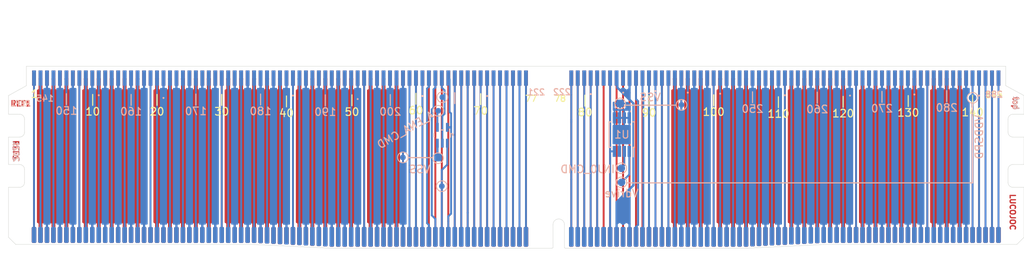
<source format=kicad_pcb>
(kicad_pcb (version 20171130) (host pcbnew "(5.1.6)-1")
  (layers (0 F.Cu signal) (31 B.Cu signal) (34 B.Paste user hide) (35 F.Paste user hide) (36 B.SilkS user) (37 F.SilkS user hide) (38 B.Mask user hide) (39 F.Mask user hide) (44 Edge.Cuts user))
  (net 0 "")
  (net 1 VDD_DIMM)
  (net 2 PARITY_DIMM)
  (net 3 VSS_DIMM)
  (net 4 ALERT_n_DIMM)
  (net 5 SDA_DIMM)
  (net 6 DQ4_DIMM)
  (net 7 VPP_DIMM)
  (net 8 NC_DIMM)
  (net 9 DQ20_DIMM)
  (net 10 DQ49_DIMM)
  (net 11 DQ10_DIMM)
  (net 12 DQS6_c_DIMM)
  (net 13 DQS6_t_DIMM)
  (net 14 DQ14_DIMM)
  (net 15 DQ55_DIMM)
  (net 16 DQS10_c_TDQS10_c_DIMM)
  (net 17 DQS10_t_TDQS10_t_DIMM)
  (net 18 DQ51_DIMM)
  (net 19 DQ8_DIMM)
  (net 20 DQ61_DIMM)
  (net 21 DQ12_DIMM)
  (net 22 DQ57_DIMM)
  (net 23 DQ2_DIMM)
  (net 24 DQS7_c_DIMM)
  (net 25 DQS7_t_DIMM)
  (net 26 DQ6_DIMM)
  (net 27 DQ63_DIMM)
  (net 28 DQS09_c_TDQS9_c_DIMM)
  (net 29 DQS9_t_TDQS9_t_DIMM)
  (net 30 DQ59_DIMM)
  (net 31 DQ0_DIMM)
  (net 32 VDDSPD_DIMM)
  (net 33 CS1_n_NC_DIMM)
  (net 34 CB3_DIMM)
  (net 35 ODT0_DIMM)
  (net 36 CAS_n_A15_DIMM)
  (net 37 CKE1_NC_DIMM)
  (net 38 CS0_n_DIMM)
  (net 39 RAS_n_A16_DIMM)
  (net 40 BG1_DIMM)
  (net 41 BA0_DIMM)
  (net 42 A0_DIMM)
  (net 43 A11_DIMM)
  (net 44 EVENT_n_DIMM)
  (net 45 A7_DIMM)
  (net 46 VTT_DIMM)
  (net 47 A5_DIMM)
  (net 48 CK0_c_DIMM)
  (net 49 A4_DIMM)
  (net 50 CK0_t_DIMM)
  (net 51 A2_DIMM)
  (net 52 A1_DIMM)
  (net 53 A3_DIMM)
  (net 54 CK1_t_DIMM)
  (net 55 CK1_c_DIMM)
  (net 56 A6_DIMM)
  (net 57 A8_DIMM)
  (net 58 A9_DIMM)
  (net 59 A12_BC_n_DIMM)
  (net 60 BA1_DIMM)
  (net 61 A10_AP_DIMM)
  (net 62 BG0_DIMM)
  (net 63 ACT_n_DIMM)
  (net 64 WE_n_A14_DIMM)
  (net 65 CKE0_DIMM)
  (net 66 RESET_n_DIMM)
  (net 67 A13_DIMM)
  (net 68 CB2_DIMM)
  (net 69 A17_DIMM)
  (net 70 CB6_DIMM)
  (net 71 NC_C2_DIMM)
  (net 72 DQS17_c_TDQS17_c_DIMM)
  (net 73 CS3_n_C1,NC_DIMM)
  (net 74 DQS17_t_TDQS17_t_DIMM)
  (net 75 SA2_DIMM)
  (net 76 CB0_DIMM)
  (net 77 DQ37_DIMM)
  (net 78 CB4_DIMM)
  (net 79 DQ33_DIMM)
  (net 80 DQ26_DIMM)
  (net 81 DQS4_c_DIMM)
  (net 82 DQS4_t_DIMM)
  (net 83 DQ30_DIMM)
  (net 84 DQ39_DIMM)
  (net 85 DQS12_c_TDQS12_c_DIMM)
  (net 86 DQS12_t_TDQS12_t_DIMM)
  (net 87 DQ35_DIMM)
  (net 88 DQ24_DIMM)
  (net 89 DQ45_DIMM)
  (net 90 DQ28_DIMM)
  (net 91 DQ41_DIMM)
  (net 92 DQ18_DIMM)
  (net 93 DQS5_c_DIMM)
  (net 94 DQS5_t_DIMM)
  (net 95 DQ22_DIMM)
  (net 96 DQ47_DIMM)
  (net 97 DQS11_c_TDQS11_c_DIMM)
  (net 98 DQS11_t_TDQS11_t_DIMM)
  (net 99 DQ43_DIMM)
  (net 100 DQ16_DIMM)
  (net 101 DQ53_DIMM)
  (net 102 VREFCA_DIMM)
  (net 103 SCL_DIMM)
  (net 104 DQ5_DIMM)
  (net 105 SA1_DIMM)
  (net 106 SA0_DIMM)
  (net 107 DQ1_DIMM)
  (net 108 DQ58_DIMM)
  (net 109 DQS0_c_DIMM)
  (net 110 DQS0_t_DIMM)
  (net 111 DQ62_DIMM)
  (net 112 DQ7_DIMM)
  (net 113 DQS16_c_TDQS16_c_DIMM)
  (net 114 DQS16_t_TDQS16_t_DIMM)
  (net 115 DQ3_DIMM)
  (net 116 DQ56_DIMM)
  (net 117 DQ13_DIMM)
  (net 118 DQ60_DIMM)
  (net 119 DQ9_DIMM)
  (net 120 DQ50_DIMM)
  (net 121 DQS1_c_DIMM)
  (net 122 DQS1_t_DIMM)
  (net 123 DQ54_DIMM)
  (net 124 DQ15_DIMM)
  (net 125 DQS15_c_TDQS15_c_DIMM)
  (net 126 DQS15_t_TDQS15_t_DIMM)
  (net 127 DQ11_DIMM)
  (net 128 DQ48_DIMM)
  (net 129 DQ21_DIMM)
  (net 130 DQ52_DIMM)
  (net 131 DQ17_DIMM)
  (net 132 DQ42_DIMM)
  (net 133 DQS2_c_DIMM)
  (net 134 DQS2_t_DIMM)
  (net 135 DQ46_DIMM)
  (net 136 DQ23_DIMM)
  (net 137 DQS14_c_TDQS14_c_DIMM)
  (net 138 DQS14_t_TDQS14_t_DIMM)
  (net 139 DQ19_DIMM)
  (net 140 DQ40_DIMM)
  (net 141 DQ29_DIMM)
  (net 142 DQ44_DIMM)
  (net 143 DQ25_DIMM)
  (net 144 DQ34_DIMM)
  (net 145 DQS3_c_DIMM)
  (net 146 DQS3_t_DIMM)
  (net 147 DQ38_DIMM)
  (net 148 DQ31_DIMM)
  (net 149 DQS13_c_TDQS13_c_DIMM)
  (net 150 DQS13_t_TDQ13_t_DIMM)
  (net 151 DQ27_DIMM)
  (net 152 DQ32_DIMM)
  (net 153 CB5_DIMM)
  (net 154 DQ36_DIMM)
  (net 155 CB1_DIMM)
  (net 156 CS2_n_C0_DIMM)
  (net 157 DQS8_c_DIMM)
  (net 158 DQS8_t_DIMM)
  (net 159 ODT1_NC_DIMM)
  (net 160 CB7_DIMM)
  (net 161 INJ0_ENA_CMD)
  (net 162 Vdrive)
  (net 163 ALERT_n_MB)
  (net 164 ALERT_n_ENA_CMD)
  (module TestPoint:TestPoint_Pad_D1.0mm (layer B.Cu) (at 156.426 116.7184)
    (fp_text reference VSS hide)
    (fp_text value "" hide)
    (pad 1 smd circle (at 0 0) (size 0.75 0.75) (layers B.Cu B.Mask) (net 3 VSS_DIMM))
  )
  (module TestPoint:TestPoint_Pad_D1.0mm (layer B.Cu) (at 124.9554 127.3991)
    (fp_text reference ALERT_n_MB hide)
    (fp_text value "" hide)
    (pad 1 smd circle (at 0 0) (size 0.75 0.75) (layers B.Cu B.Mask) (net 163 ALERT_n_MB))
  )
  (module TestPoint:TestPoint_Pad_D1.0mm (layer B.Cu) (at 125.0189 115.7151)
    (fp_text reference ALERT_n_DIMM hide)
    (fp_text value "" hide)
    (pad 1 smd circle (at 0 0) (size 0.75 0.75) (layers B.Cu B.Mask) (net 4 ALERT_n_DIMM))
  )
  (module TestPoint:TestPoint_Pad_D1.0mm (layer B.Cu) (at 119.8372 123.6218)
    (fp_text reference VSS (at 2.1971 1.5621) (layer B.SilkS) (effects (justify mirror)))
    (fp_text value "" hide)
    (pad 1 smd circle (at 0 0) (size 0.75 0.75) (layers B.Cu B.Mask) (net 3 VSS_DIMM))
  )
  (module TestPoint:TestPoint_Pad_D1.0mm (layer B.Cu) (at 124.46 123.7234)
    (fp_text reference VSS hide)
    (fp_text value "" hide)
    (pad 1 smd roundrect (at 0 -0.0835) (size 1 1) (layers B.Cu B.Mask) (net 3 VSS_DIMM))
  )
  (module TestPoint:TestPoint_Pad_D1.0mm (layer B.Cu) (at 124.4854 117.5004)
    (fp_text reference A_ENA_CMD (at -4.2926 2.5273 30) (layer B.SilkS) (effects (justify mirror)))
    (fp_text value TestPoint_Pad_D1.0mm hide)
    (pad 1 smd circle (at 0 0) (size 0.75 0.75) (layers B.Cu B.Mask) (net 164 ALERT_n_ENA_CMD))
  )
  (module fi-library:SN74AUC1G66DCKR (layer B.Cu) (at 125.0188 120.7135 90)
    (fp_text reference U2 hide)
    (fp_text value SN74AUC1G66DCKR hide)
    (pad 5 smd rect (at 1.0414 0.649999 90) (size 1.1684 0.3556) (layers B.Cu B.Paste B.Mask) (net 1 VDD_DIMM))
    (pad 4 smd rect (at 1.0414 -0.649999 90) (size 1.1684 0.3556) (layers B.Cu B.Paste B.Mask) (net 164 ALERT_n_ENA_CMD))
    (pad 3 smd rect (at -1.0414 -0.649999 90) (size 1.1684 0.3556) (layers B.Cu B.Paste B.Mask) (net 3 VSS_DIMM))
    (pad 2 smd rect (at -1.0414 0 90) (size 1.1684 0.3556) (layers B.Cu B.Paste B.Mask) (net 4 ALERT_n_DIMM))
    (pad 1 smd rect (at -1.0414 0.649999 90) (size 1.1684 0.3556) (layers B.Cu B.Paste B.Mask) (net 163 ALERT_n_MB))
  )
  (module fi-library:ddr4-edge-conn-male (layer F.Cu) (at 136 125.160001)
    (fp_text reference J1 hide)
    (fp_text value DDR4_to_MB)
    (fp_line (start 5.05 10.3) (end 5.14 10.39) (layer Edge.Cuts) (width 0.05))
    (fp_line (start 3.45 10.39) (end 3.55 10.3) (layer Edge.Cuts) (width 0.05))
    (fp_line (start 64.46 9.89) (end 65.4 8.95) (layer Edge.Cuts) (width 0.05))
    (fp_line (start -67.95 8.95) (end -67 9.89) (layer Edge.Cuts) (width 0.05))
    (fp_line (start 5.14 10.39) (end 28.9 10.39) (layer Edge.Cuts) (width 0.05))
    (fp_line (start 5.05 7.29) (end 5.05 10.3) (layer Edge.Cuts) (width 0.05))
    (fp_line (start 3.55 10.3) (end 3.55 7.29) (layer Edge.Cuts) (width 0.05))
    (fp_line (start 39.1 9.89) (end 64.46 9.89) (layer Edge.Cuts) (width 0.05))
    (fp_line (start 28.9 10.39) (end 39.1 9.89) (layer Edge.Cuts) (width 0.05))
    (fp_line (start -35.7 9.89) (end -67 9.89) (layer Edge.Cuts) (width 0.05))
    (fp_line (start -25.5 10.39) (end -35.7 9.89) (layer Edge.Cuts) (width 0.05))
    (fp_line (start 3.45 10.39) (end -25.5 10.39) (layer Edge.Cuts) (width 0.05))
    (fp_line (start -67.95 8.95) (end -67.95 2.39) (layer Edge.Cuts) (width 0.05))
    (fp_line (start -65.85 1.74) (end -65.85 0.04) (layer Edge.Cuts) (width 0.05))
    (fp_line (start -67.95 -0.61) (end -66.5 -0.61) (layer Edge.Cuts) (width 0.05))
    (fp_line (start -67.95 2.39) (end -66.5 2.39) (layer Edge.Cuts) (width 0.05))
    (fp_line (start 65.4 -0.61) (end 63.95 -0.61) (layer Edge.Cuts) (width 0.05))
    (fp_line (start 63.3 1.74) (end 63.3 0.04) (layer Edge.Cuts) (width 0.05))
    (fp_line (start 65.4 2.39) (end 63.95 2.39) (layer Edge.Cuts) (width 0.05))
    (fp_line (start 65.4 8.95) (end 65.4 2.39) (layer Edge.Cuts) (width 0.05))
    (fp_arc (start 4.3 7.29) (end 5.05 7.29) (angle -180) (layer Edge.Cuts) (width 0.05))
    (fp_arc (start -66.5 1.74) (end -66.5 2.39) (angle -90) (layer Edge.Cuts) (width 0.05))
    (fp_arc (start -66.5 0.04) (end -65.85 0.04) (angle -90) (layer Edge.Cuts) (width 0.05))
    (fp_arc (start 63.95 0.04) (end 63.3 0.04) (angle 90) (layer Edge.Cuts) (width 0.05))
    (fp_arc (start 63.95 1.74) (end 63.95 2.39) (angle 90) (layer Edge.Cuts) (width 0.05))
    (pad 199 smd roundrect (at -18.7 8.89 180) (size 0.6 2.6) (layers B.Cu B.Mask) (net 160 CB7_DIMM))
    (pad 90 smd roundrect (at 16.15 8.89) (size 0.6 2.6) (layers F.Cu F.Mask) (net 1 VDD_DIMM))
    (pad 198 smd roundrect (at -19.55 8.89 180) (size 0.6 2.6) (layers B.Cu B.Mask) (net 3 VSS_DIMM))
    (pad 91 smd roundrect (at 17 8.89) (size 0.6 2.6) (layers F.Cu F.Mask) (net 159 ODT1_NC_DIMM))
    (pad 197 smd roundrect (at -20.4 8.89 180) (size 0.6 2.6) (layers B.Cu B.Mask) (net 158 DQS8_t_DIMM))
    (pad 92 smd roundrect (at 17.85 8.89) (size 0.6 2.6) (layers F.Cu F.Mask) (net 1 VDD_DIMM))
    (pad 196 smd roundrect (at -21.25 8.89 180) (size 0.6 2.6) (layers B.Cu B.Mask) (net 157 DQS8_c_DIMM))
    (pad 93 smd roundrect (at 18.7 8.89) (size 0.6 2.6) (layers F.Cu F.Mask) (net 156 CS2_n_C0_DIMM))
    (pad 195 smd roundrect (at -22.1 8.89 180) (size 0.6 2.6) (layers B.Cu B.Mask) (net 3 VSS_DIMM))
    (pad 94 smd roundrect (at 19.55 8.89) (size 0.6 2.6) (layers F.Cu F.Mask) (net 3 VSS_DIMM))
    (pad 194 smd roundrect (at -22.95 8.89 180) (size 0.6 2.6) (layers B.Cu B.Mask) (net 155 CB1_DIMM))
    (pad 95 smd roundrect (at 20.4 8.89) (size 0.6 2.6) (layers F.Cu F.Mask) (net 154 DQ36_DIMM))
    (pad 193 smd roundrect (at -23.8 8.89 180) (size 0.6 2.6) (layers B.Cu B.Mask) (net 3 VSS_DIMM))
    (pad 96 smd roundrect (at 21.25 8.89) (size 0.6 2.6) (layers F.Cu F.Mask) (net 3 VSS_DIMM))
    (pad 192 smd roundrect (at -24.65 8.89 180) (size 0.6 2.6) (layers B.Cu B.Mask) (net 153 CB5_DIMM))
    (pad 97 smd roundrect (at 22.1 8.89) (size 0.6 2.6) (layers F.Cu F.Mask) (net 152 DQ32_DIMM))
    (pad 191 smd roundrect (at -25.5 8.89 180) (size 0.6 2.6) (layers B.Cu B.Mask) (net 3 VSS_DIMM))
    (pad 98 smd roundrect (at 22.95 8.89) (size 0.6 2.6) (layers F.Cu F.Mask) (net 3 VSS_DIMM))
    (pad 190 smd roundrect (at -26.35 8.89 180) (size 0.6 2.558333) (drill (offset 0 0.020833)) (layers B.Cu B.Mask) (net 151 DQ27_DIMM))
    (pad 99 smd roundrect (at 23.8 8.89) (size 0.6 2.6) (layers F.Cu F.Mask) (net 150 DQS13_t_TDQ13_t_DIMM))
    (pad 189 smd roundrect (at -27.2 8.89 180) (size 0.6 2.516667) (drill (offset 0 0.041667)) (layers B.Cu B.Mask) (net 3 VSS_DIMM))
    (pad 100 smd roundrect (at 24.65 8.89) (size 0.6 2.6) (layers F.Cu F.Mask) (net 149 DQS13_c_TDQS13_c_DIMM))
    (pad 188 smd roundrect (at -28.05 8.89 180) (size 0.6 2.475) (drill (offset 0 0.0625)) (layers B.Cu B.Mask) (net 148 DQ31_DIMM))
    (pad 101 smd roundrect (at 25.5 8.89) (size 0.6 2.6) (layers F.Cu F.Mask) (net 3 VSS_DIMM))
    (pad 187 smd roundrect (at -28.9 8.89 180) (size 0.6 2.433333) (drill (offset 0 0.083333)) (layers B.Cu B.Mask) (net 3 VSS_DIMM))
    (pad 102 smd roundrect (at 26.35 8.89) (size 0.6 2.6) (layers F.Cu F.Mask) (net 147 DQ38_DIMM))
    (pad 186 smd roundrect (at -29.75 8.89 180) (size 0.6 2.391667) (drill (offset 0 0.104167)) (layers B.Cu B.Mask) (net 146 DQS3_t_DIMM))
    (pad 103 smd roundrect (at 27.2 8.89) (size 0.6 2.6) (layers F.Cu F.Mask) (net 3 VSS_DIMM))
    (pad 185 smd roundrect (at -30.6 8.89 180) (size 0.6 2.35) (drill (offset 0 0.125)) (layers B.Cu B.Mask) (net 145 DQS3_c_DIMM))
    (pad 104 smd roundrect (at 28.05 8.89) (size 0.6 2.6) (layers F.Cu F.Mask) (net 144 DQ34_DIMM))
    (pad 184 smd roundrect (at -31.45 8.89 180) (size 0.6 2.308333) (drill (offset 0 0.145833)) (layers B.Cu B.Mask) (net 3 VSS_DIMM))
    (pad 105 smd roundrect (at 28.9 8.89) (size 0.6 2.6) (layers F.Cu F.Mask) (net 3 VSS_DIMM))
    (pad 183 smd roundrect (at -32.3 8.89 180) (size 0.6 2.266667) (drill (offset 0 0.166667)) (layers B.Cu B.Mask) (net 143 DQ25_DIMM))
    (pad 106 smd roundrect (at 29.75 8.89) (size 0.6 2.558333) (drill (offset 0 -0.020833)) (layers F.Cu F.Mask) (net 142 DQ44_DIMM))
    (pad 182 smd roundrect (at -33.15 8.89 180) (size 0.6 2.225) (drill (offset 0 0.1875)) (layers B.Cu B.Mask) (net 3 VSS_DIMM))
    (pad 107 smd roundrect (at 30.6 8.89) (size 0.6 2.516667) (drill (offset 0 -0.041667)) (layers F.Cu F.Mask) (net 3 VSS_DIMM))
    (pad 181 smd roundrect (at -34 8.89 180) (size 0.6 2.183333) (drill (offset 0 0.208333)) (layers B.Cu B.Mask) (net 141 DQ29_DIMM))
    (pad 108 smd roundrect (at 31.45 8.89) (size 0.6 2.475) (drill (offset 0 -0.0625)) (layers F.Cu F.Mask) (net 140 DQ40_DIMM))
    (pad 180 smd roundrect (at -34.85 8.89 180) (size 0.6 2.141667) (drill (offset 0 0.229167)) (layers B.Cu B.Mask) (net 3 VSS_DIMM))
    (pad 109 smd roundrect (at 32.3 8.89) (size 0.6 2.433333) (drill (offset 0 -0.083333)) (layers F.Cu F.Mask) (net 3 VSS_DIMM))
    (pad 179 smd roundrect (at -35.7 8.64 180) (size 0.6 2.1) (layers B.Cu B.Mask) (net 139 DQ19_DIMM))
    (pad 110 smd roundrect (at 33.15 8.89) (size 0.6 2.391667) (drill (offset 0 -0.104167)) (layers F.Cu F.Mask) (net 138 DQS14_t_TDQS14_t_DIMM))
    (pad 178 smd roundrect (at -36.55 8.64 180) (size 0.6 2.1) (layers B.Cu B.Mask) (net 3 VSS_DIMM))
    (pad 111 smd roundrect (at 34 8.89) (size 0.6 2.35) (drill (offset 0 -0.125)) (layers F.Cu F.Mask) (net 137 DQS14_c_TDQS14_c_DIMM))
    (pad 177 smd roundrect (at -37.4 8.64 180) (size 0.6 2.1) (layers B.Cu B.Mask) (net 136 DQ23_DIMM))
    (pad 112 smd roundrect (at 34.85 8.89) (size 0.6 2.308333) (drill (offset 0 -0.145833)) (layers F.Cu F.Mask) (net 3 VSS_DIMM))
    (pad 176 smd roundrect (at -38.25 8.64 180) (size 0.6 2.1) (layers B.Cu B.Mask) (net 3 VSS_DIMM))
    (pad 113 smd roundrect (at 35.7 8.89) (size 0.6 2.266667) (drill (offset 0 -0.166667)) (layers F.Cu F.Mask) (net 135 DQ46_DIMM))
    (pad 175 smd roundrect (at -39.1 8.64 180) (size 0.6 2.1) (layers B.Cu B.Mask) (net 134 DQS2_t_DIMM))
    (pad 114 smd roundrect (at 36.55 8.89) (size 0.6 2.225) (drill (offset 0 -0.1875)) (layers F.Cu F.Mask) (net 3 VSS_DIMM))
    (pad 174 smd roundrect (at -39.95 8.64 180) (size 0.6 2.1) (layers B.Cu B.Mask) (net 133 DQS2_c_DIMM))
    (pad 115 smd roundrect (at 37.4 8.89) (size 0.6 2.183333) (drill (offset 0 -0.208333)) (layers F.Cu F.Mask) (net 132 DQ42_DIMM))
    (pad 173 smd roundrect (at -40.8 8.64 180) (size 0.6 2.1) (layers B.Cu B.Mask) (net 3 VSS_DIMM))
    (pad 116 smd roundrect (at 38.25 8.89) (size 0.6 2.141667) (drill (offset 0 -0.229167)) (layers F.Cu F.Mask) (net 3 VSS_DIMM))
    (pad 172 smd roundrect (at -41.65 8.64 180) (size 0.6 2.1) (layers B.Cu B.Mask) (net 131 DQ17_DIMM))
    (pad 117 smd roundrect (at 39.1 8.64) (size 0.6 2.1) (layers F.Cu F.Mask) (net 130 DQ52_DIMM))
    (pad 171 smd roundrect (at -42.5 8.64 180) (size 0.6 2.1) (layers B.Cu B.Mask) (net 3 VSS_DIMM))
    (pad 118 smd roundrect (at 39.95 8.64) (size 0.6 2.1) (layers F.Cu F.Mask) (net 3 VSS_DIMM))
    (pad 170 smd roundrect (at -43.35 8.64 180) (size 0.6 2.1) (layers B.Cu B.Mask) (net 129 DQ21_DIMM))
    (pad 119 smd roundrect (at 40.8 8.64) (size 0.6 2.1) (layers F.Cu F.Mask) (net 128 DQ48_DIMM))
    (pad 169 smd roundrect (at -44.2 8.64 180) (size 0.6 2.1) (layers B.Cu B.Mask) (net 3 VSS_DIMM))
    (pad 120 smd roundrect (at 41.65 8.64) (size 0.6 2.1) (layers F.Cu F.Mask) (net 3 VSS_DIMM))
    (pad 168 smd roundrect (at -45.05 8.64 180) (size 0.6 2.1) (layers B.Cu B.Mask) (net 127 DQ11_DIMM))
    (pad 121 smd roundrect (at 42.5 8.64) (size 0.6 2.1) (layers F.Cu F.Mask) (net 126 DQS15_t_TDQS15_t_DIMM))
    (pad 167 smd roundrect (at -45.9 8.64 180) (size 0.6 2.1) (layers B.Cu B.Mask) (net 3 VSS_DIMM))
    (pad 122 smd roundrect (at 43.35 8.64) (size 0.6 2.1) (layers F.Cu F.Mask) (net 125 DQS15_c_TDQS15_c_DIMM))
    (pad 166 smd roundrect (at -46.75 8.64 180) (size 0.6 2.1) (layers B.Cu B.Mask) (net 124 DQ15_DIMM))
    (pad 123 smd roundrect (at 44.2 8.64) (size 0.6 2.1) (layers F.Cu F.Mask) (net 3 VSS_DIMM))
    (pad 165 smd roundrect (at -47.6 8.64 180) (size 0.6 2.1) (layers B.Cu B.Mask) (net 3 VSS_DIMM))
    (pad 124 smd roundrect (at 45.05 8.64) (size 0.6 2.1) (layers F.Cu F.Mask) (net 123 DQ54_DIMM))
    (pad 164 smd roundrect (at -48.45 8.64 180) (size 0.6 2.1) (layers B.Cu B.Mask) (net 122 DQS1_t_DIMM))
    (pad 125 smd roundrect (at 45.9 8.64) (size 0.6 2.1) (layers F.Cu F.Mask) (net 3 VSS_DIMM))
    (pad 163 smd roundrect (at -49.3 8.64 180) (size 0.6 2.1) (layers B.Cu B.Mask) (net 121 DQS1_c_DIMM))
    (pad 126 smd roundrect (at 46.75 8.64) (size 0.6 2.1) (layers F.Cu F.Mask) (net 120 DQ50_DIMM))
    (pad 162 smd roundrect (at -50.15 8.64 180) (size 0.6 2.1) (layers B.Cu B.Mask) (net 3 VSS_DIMM))
    (pad 127 smd roundrect (at 47.6 8.64) (size 0.6 2.1) (layers F.Cu F.Mask) (net 3 VSS_DIMM))
    (pad 161 smd roundrect (at -51 8.64 180) (size 0.6 2.1) (layers B.Cu B.Mask) (net 119 DQ9_DIMM))
    (pad 128 smd roundrect (at 48.45 8.64) (size 0.6 2.1) (layers F.Cu F.Mask) (net 118 DQ60_DIMM))
    (pad 160 smd roundrect (at -51.85 8.64 180) (size 0.6 2.1) (layers B.Cu B.Mask) (net 3 VSS_DIMM))
    (pad 129 smd roundrect (at 49.3 8.64) (size 0.6 2.1) (layers F.Cu F.Mask) (net 3 VSS_DIMM))
    (pad 159 smd roundrect (at -52.7 8.64 180) (size 0.6 2.1) (layers B.Cu B.Mask) (net 117 DQ13_DIMM))
    (pad 130 smd roundrect (at 50.15 8.64) (size 0.6 2.1) (layers F.Cu F.Mask) (net 116 DQ56_DIMM))
    (pad 158 smd roundrect (at -53.55 8.64 180) (size 0.6 2.1) (layers B.Cu B.Mask) (net 3 VSS_DIMM))
    (pad 131 smd roundrect (at 51 8.64) (size 0.6 2.1) (layers F.Cu F.Mask) (net 3 VSS_DIMM))
    (pad 157 smd roundrect (at -54.4 8.64 180) (size 0.6 2.1) (layers B.Cu B.Mask) (net 115 DQ3_DIMM))
    (pad 132 smd roundrect (at 51.85 8.64) (size 0.6 2.1) (layers F.Cu F.Mask) (net 114 DQS16_t_TDQS16_t_DIMM))
    (pad 156 smd roundrect (at -55.25 8.64 180) (size 0.6 2.1) (layers B.Cu B.Mask) (net 3 VSS_DIMM))
    (pad 133 smd roundrect (at 52.7 8.64) (size 0.6 2.1) (layers F.Cu F.Mask) (net 113 DQS16_c_TDQS16_c_DIMM))
    (pad 155 smd roundrect (at -56.1 8.64 180) (size 0.6 2.1) (layers B.Cu B.Mask) (net 112 DQ7_DIMM))
    (pad 134 smd roundrect (at 53.55 8.64) (size 0.6 2.1) (layers F.Cu F.Mask) (net 3 VSS_DIMM))
    (pad 154 smd roundrect (at -56.95 8.64 180) (size 0.6 2.1) (layers B.Cu B.Mask) (net 3 VSS_DIMM))
    (pad 135 smd roundrect (at 54.4 8.64) (size 0.6 2.1) (layers F.Cu F.Mask) (net 111 DQ62_DIMM))
    (pad 153 smd roundrect (at -57.8 8.64 180) (size 0.6 2.1) (layers B.Cu B.Mask) (net 110 DQS0_t_DIMM))
    (pad 136 smd roundrect (at 55.25 8.64) (size 0.6 2.1) (layers F.Cu F.Mask) (net 3 VSS_DIMM))
    (pad 152 smd roundrect (at -58.65 8.64 180) (size 0.6 2.1) (layers B.Cu B.Mask) (net 109 DQS0_c_DIMM))
    (pad 137 smd roundrect (at 56.1 8.64) (size 0.6 2.1) (layers F.Cu F.Mask) (net 108 DQ58_DIMM))
    (pad 151 smd roundrect (at -59.5 8.64 180) (size 0.6 2.1) (layers B.Cu B.Mask) (net 3 VSS_DIMM))
    (pad 138 smd roundrect (at 56.95 8.64) (size 0.6 2.1) (layers F.Cu F.Mask) (net 3 VSS_DIMM))
    (pad 150 smd roundrect (at -60.35 8.64 180) (size 0.6 2.1) (layers B.Cu B.Mask) (net 107 DQ1_DIMM))
    (pad 139 smd roundrect (at 57.8 8.64) (size 0.6 2.1) (layers F.Cu F.Mask) (net 106 SA0_DIMM))
    (pad 149 smd roundrect (at -61.2 8.64 180) (size 0.6 2.1) (layers B.Cu B.Mask) (net 3 VSS_DIMM))
    (pad 140 smd roundrect (at 58.65 8.64) (size 0.6 2.1) (layers F.Cu F.Mask) (net 105 SA1_DIMM))
    (pad 148 smd roundrect (at -62.05 8.64 180) (size 0.6 2.1) (layers B.Cu B.Mask) (net 104 DQ5_DIMM))
    (pad 141 smd roundrect (at 59.5 8.64) (size 0.6 2.1) (layers F.Cu F.Mask) (net 103 SCL_DIMM))
    (pad 147 smd roundrect (at -62.9 8.64 180) (size 0.6 2.1) (layers B.Cu B.Mask) (net 3 VSS_DIMM))
    (pad 142 smd roundrect (at 60.35 8.64) (size 0.6 2.1) (layers F.Cu F.Mask) (net 7 VPP_DIMM))
    (pad 146 smd roundrect (at -63.75 8.64 180) (size 0.6 2.1) (layers B.Cu B.Mask) (net 102 VREFCA_DIMM))
    (pad 143 smd roundrect (at 61.2 8.64) (size 0.6 2.1) (layers F.Cu F.Mask) (net 7 VPP_DIMM))
    (pad 145 smd roundrect (at -64.6 8.64 180) (size 0.6 2.1) (layers B.Cu B.Mask) (net 8 NC_DIMM))
    (pad 144 smd roundrect (at 62.05 8.64) (size 0.6 2.1) (layers F.Cu F.Mask) (net 8 NC_DIMM))
    (pad 26 smd roundrect (at -43.35 8.64) (size 0.6 2.1) (layers F.Cu F.Mask) (net 3 VSS_DIMM))
    (pad 262 smd roundrect (at 39.95 8.64 180) (size 0.6 2.1) (layers B.Cu B.Mask) (net 101 DQ53_DIMM))
    (pad 27 smd roundrect (at -42.5 8.64) (size 0.6 2.1) (layers F.Cu F.Mask) (net 100 DQ16_DIMM))
    (pad 261 smd roundrect (at 39.1 8.64 180) (size 0.6 2.1) (layers B.Cu B.Mask) (net 3 VSS_DIMM))
    (pad 28 smd roundrect (at -41.65 8.64) (size 0.6 2.1) (layers F.Cu F.Mask) (net 3 VSS_DIMM))
    (pad 260 smd roundrect (at 38.25 8.89 180) (size 0.6 2.141667) (drill (offset 0 0.229167)) (layers B.Cu B.Mask) (net 99 DQ43_DIMM))
    (pad 29 smd roundrect (at -40.8 8.64) (size 0.6 2.1) (layers F.Cu F.Mask) (net 98 DQS11_t_TDQS11_t_DIMM))
    (pad 259 smd roundrect (at 37.4 8.89 180) (size 0.6 2.183333) (drill (offset 0 0.208333)) (layers B.Cu B.Mask) (net 3 VSS_DIMM))
    (pad 30 smd roundrect (at -39.95 8.64) (size 0.6 2.1) (layers F.Cu F.Mask) (net 97 DQS11_c_TDQS11_c_DIMM))
    (pad 258 smd roundrect (at 36.55 8.89 180) (size 0.6 2.225) (drill (offset 0 0.1875)) (layers B.Cu B.Mask) (net 96 DQ47_DIMM))
    (pad 31 smd roundrect (at -39.1 8.64) (size 0.6 2.1) (layers F.Cu F.Mask) (net 3 VSS_DIMM))
    (pad 257 smd roundrect (at 35.7 8.89 180) (size 0.6 2.266667) (drill (offset 0 0.166667)) (layers B.Cu B.Mask) (net 3 VSS_DIMM))
    (pad 32 smd roundrect (at -38.25 8.64) (size 0.6 2.1) (layers F.Cu F.Mask) (net 95 DQ22_DIMM))
    (pad 256 smd roundrect (at 34.85 8.89 180) (size 0.6 2.308333) (drill (offset 0 0.145833)) (layers B.Cu B.Mask) (net 94 DQS5_t_DIMM))
    (pad 33 smd roundrect (at -37.4 8.64) (size 0.6 2.1) (layers F.Cu F.Mask) (net 3 VSS_DIMM))
    (pad 255 smd roundrect (at 34 8.89 180) (size 0.6 2.35) (drill (offset 0 0.125)) (layers B.Cu B.Mask) (net 93 DQS5_c_DIMM))
    (pad 34 smd roundrect (at -36.55 8.64) (size 0.6 2.1) (layers F.Cu F.Mask) (net 92 DQ18_DIMM))
    (pad 254 smd roundrect (at 33.15 8.89 180) (size 0.6 2.391667) (drill (offset 0 0.104167)) (layers B.Cu B.Mask) (net 3 VSS_DIMM))
    (pad 35 smd roundrect (at -35.7 8.64) (size 0.6 2.1) (layers F.Cu F.Mask) (net 3 VSS_DIMM))
    (pad 253 smd roundrect (at 32.3 8.89 180) (size 0.6 2.433333) (drill (offset 0 0.083333)) (layers B.Cu B.Mask) (net 91 DQ41_DIMM))
    (pad 36 smd roundrect (at -34.85 8.89) (size 0.6 2.141667) (drill (offset 0 -0.229167)) (layers F.Cu F.Mask) (net 90 DQ28_DIMM))
    (pad 252 smd roundrect (at 31.45 8.89 180) (size 0.6 2.475) (drill (offset 0 0.0625)) (layers B.Cu B.Mask) (net 3 VSS_DIMM))
    (pad 37 smd roundrect (at -34 8.89) (size 0.6 2.183333) (drill (offset 0 -0.208333)) (layers F.Cu F.Mask) (net 3 VSS_DIMM))
    (pad 251 smd roundrect (at 30.6 8.89 180) (size 0.6 2.516667) (drill (offset 0 0.041667)) (layers B.Cu B.Mask) (net 89 DQ45_DIMM))
    (pad 38 smd roundrect (at -33.15 8.89) (size 0.6 2.225) (drill (offset 0 -0.1875)) (layers F.Cu F.Mask) (net 88 DQ24_DIMM))
    (pad 250 smd roundrect (at 29.75 8.89 180) (size 0.6 2.558333) (drill (offset 0 0.020833)) (layers B.Cu B.Mask) (net 3 VSS_DIMM))
    (pad 39 smd roundrect (at -32.3 8.89) (size 0.6 2.266667) (drill (offset 0 -0.166667)) (layers F.Cu F.Mask) (net 3 VSS_DIMM))
    (pad 249 smd roundrect (at 28.9 8.89 180) (size 0.6 2.6) (layers B.Cu B.Mask) (net 87 DQ35_DIMM))
    (pad 40 smd roundrect (at -31.45 8.89) (size 0.6 2.308333) (drill (offset 0 -0.145833)) (layers F.Cu F.Mask) (net 86 DQS12_t_TDQS12_t_DIMM))
    (pad 248 smd roundrect (at 28.05 8.89 180) (size 0.6 2.6) (layers B.Cu B.Mask) (net 3 VSS_DIMM))
    (pad 41 smd roundrect (at -30.6 8.89) (size 0.6 2.35) (drill (offset 0 -0.125)) (layers F.Cu F.Mask) (net 85 DQS12_c_TDQS12_c_DIMM))
    (pad 247 smd roundrect (at 27.2 8.89 180) (size 0.6 2.6) (layers B.Cu B.Mask) (net 84 DQ39_DIMM))
    (pad 42 smd roundrect (at -29.75 8.89) (size 0.6 2.391667) (drill (offset 0 -0.104167)) (layers F.Cu F.Mask) (net 3 VSS_DIMM))
    (pad 246 smd roundrect (at 26.35 8.89 180) (size 0.6 2.6) (layers B.Cu B.Mask) (net 3 VSS_DIMM))
    (pad 43 smd roundrect (at -28.9 8.89) (size 0.6 2.433333) (drill (offset 0 -0.083333)) (layers F.Cu F.Mask) (net 83 DQ30_DIMM))
    (pad 245 smd roundrect (at 25.5 8.89 180) (size 0.6 2.6) (layers B.Cu B.Mask) (net 82 DQS4_t_DIMM))
    (pad 44 smd roundrect (at -28.05 8.89) (size 0.6 2.475) (drill (offset 0 -0.0625)) (layers F.Cu F.Mask) (net 3 VSS_DIMM))
    (pad 244 smd roundrect (at 24.65 8.89 180) (size 0.6 2.6) (layers B.Cu B.Mask) (net 81 DQS4_c_DIMM))
    (pad 45 smd roundrect (at -27.2 8.89) (size 0.6 2.516667) (drill (offset 0 -0.041667)) (layers F.Cu F.Mask) (net 80 DQ26_DIMM))
    (pad 243 smd roundrect (at 23.8 8.89 180) (size 0.6 2.6) (layers B.Cu B.Mask) (net 3 VSS_DIMM))
    (pad 46 smd roundrect (at -26.35 8.89) (size 0.6 2.558333) (drill (offset 0 -0.020833)) (layers F.Cu F.Mask) (net 3 VSS_DIMM))
    (pad 242 smd roundrect (at 22.95 8.89 180) (size 0.6 2.6) (layers B.Cu B.Mask) (net 79 DQ33_DIMM))
    (pad 47 smd roundrect (at -25.5 8.89) (size 0.6 2.6) (layers F.Cu F.Mask) (net 78 CB4_DIMM))
    (pad 241 smd roundrect (at 22.1 8.89 180) (size 0.6 2.6) (layers B.Cu B.Mask) (net 3 VSS_DIMM))
    (pad 48 smd roundrect (at -24.65 8.89) (size 0.6 2.6) (layers F.Cu F.Mask) (net 3 VSS_DIMM))
    (pad 240 smd roundrect (at 21.25 8.89 180) (size 0.6 2.6) (layers B.Cu B.Mask) (net 77 DQ37_DIMM))
    (pad 49 smd roundrect (at -23.8 8.89) (size 0.6 2.6) (layers F.Cu F.Mask) (net 76 CB0_DIMM))
    (pad 239 smd roundrect (at 20.4 8.89 180) (size 0.6 2.6) (layers B.Cu B.Mask) (net 3 VSS_DIMM))
    (pad 50 smd roundrect (at -22.95 8.89) (size 0.6 2.6) (layers F.Cu F.Mask) (net 3 VSS_DIMM))
    (pad 238 smd roundrect (at 19.55 8.89 180) (size 0.6 2.6) (layers B.Cu B.Mask) (net 75 SA2_DIMM))
    (pad 51 smd roundrect (at -22.1 8.89) (size 0.6 2.6) (layers F.Cu F.Mask) (net 74 DQS17_t_TDQS17_t_DIMM))
    (pad 237 smd roundrect (at 18.7 8.89 180) (size 0.6 2.6) (layers B.Cu B.Mask) (net 73 CS3_n_C1,NC_DIMM))
    (pad 52 smd roundrect (at -21.25 8.89) (size 0.6 2.6) (layers F.Cu F.Mask) (net 72 DQS17_c_TDQS17_c_DIMM))
    (pad 236 smd roundrect (at 17.85 8.89 180) (size 0.6 2.6) (layers B.Cu B.Mask) (net 1 VDD_DIMM))
    (pad 53 smd roundrect (at -20.4 8.89) (size 0.6 2.6) (layers F.Cu F.Mask) (net 3 VSS_DIMM))
    (pad 235 smd roundrect (at 17 8.89 180) (size 0.6 2.6) (layers B.Cu B.Mask) (net 71 NC_C2_DIMM))
    (pad 54 smd roundrect (at -19.55 8.89) (size 0.6 2.6) (layers F.Cu F.Mask) (net 70 CB6_DIMM))
    (pad 234 smd roundrect (at 16.15 8.89 180) (size 0.6 2.6) (layers B.Cu B.Mask) (net 69 A17_DIMM))
    (pad 55 smd roundrect (at -18.7 8.89) (size 0.6 2.6) (layers F.Cu F.Mask) (net 3 VSS_DIMM))
    (pad 233 smd roundrect (at 15.3 8.89 180) (size 0.6 2.6) (layers B.Cu B.Mask) (net 1 VDD_DIMM))
    (pad 56 smd roundrect (at -17.85 8.89) (size 0.6 2.6) (layers F.Cu F.Mask) (net 68 CB2_DIMM))
    (pad 232 smd roundrect (at 14.45 8.89 180) (size 0.6 2.6) (layers B.Cu B.Mask) (net 67 A13_DIMM))
    (pad 57 smd roundrect (at -17 8.89) (size 0.6 2.6) (layers F.Cu F.Mask) (net 3 VSS_DIMM))
    (pad 231 smd roundrect (at 13.6 8.89 180) (size 0.6 2.6) (layers B.Cu B.Mask) (net 1 VDD_DIMM))
    (pad 58 smd roundrect (at -16.15 8.89) (size 0.6 2.6) (layers F.Cu F.Mask) (net 66 RESET_n_DIMM))
    (pad 230 smd roundrect (at 12.75 8.89 180) (size 0.6 2.6) (layers B.Cu B.Mask) (net 8 NC_DIMM))
    (pad 59 smd roundrect (at -15.3 8.89) (size 0.6 2.6) (layers F.Cu F.Mask) (net 1 VDD_DIMM))
    (pad 229 smd roundrect (at 11.9 8.89 180) (size 0.6 2.6) (layers B.Cu B.Mask) (net 1 VDD_DIMM))
    (pad 60 smd roundrect (at -14.45 8.89) (size 0.6 2.6) (layers F.Cu F.Mask) (net 65 CKE0_DIMM))
    (pad 228 smd roundrect (at 11.05 8.89 180) (size 0.6 2.6) (layers B.Cu B.Mask) (net 64 WE_n_A14_DIMM))
    (pad 61 smd roundrect (at -13.6 8.89) (size 0.6 2.6) (layers F.Cu F.Mask) (net 1 VDD_DIMM))
    (pad 227 smd roundrect (at 10.2 8.89 180) (size 0.6 2.6) (layers B.Cu B.Mask) (net 8 NC_DIMM))
    (pad 62 smd roundrect (at -12.75 8.89) (size 0.6 2.6) (layers F.Cu F.Mask) (net 63 ACT_n_DIMM))
    (pad 226 smd roundrect (at 9.35 8.89 180) (size 0.6 2.6) (layers B.Cu B.Mask) (net 1 VDD_DIMM))
    (pad 63 smd roundrect (at -11.9 8.89) (size 0.6 2.6) (layers F.Cu F.Mask) (net 62 BG0_DIMM))
    (pad 225 smd roundrect (at 8.5 8.89 180) (size 0.6 2.6) (layers B.Cu B.Mask) (net 61 A10_AP_DIMM))
    (pad 64 smd roundrect (at -11.05 8.89) (size 0.6 2.6) (layers F.Cu F.Mask) (net 1 VDD_DIMM))
    (pad 224 smd roundrect (at 7.65 8.89 180) (size 0.6 2.6) (layers B.Cu B.Mask) (net 60 BA1_DIMM))
    (pad 65 smd roundrect (at -10.2 8.89) (size 0.6 2.6) (layers F.Cu F.Mask) (net 59 A12_BC_n_DIMM))
    (pad 223 smd roundrect (at 6.8 8.89 180) (size 0.6 2.6) (layers B.Cu B.Mask) (net 1 VDD_DIMM))
    (pad 66 smd roundrect (at -9.35 8.89) (size 0.6 2.6) (layers F.Cu F.Mask) (net 58 A9_DIMM))
    (pad 222 smd roundrect (at 5.95 8.89 180) (size 0.6 2.6) (layers B.Cu B.Mask) (net 2 PARITY_DIMM))
    (pad 67 smd roundrect (at -8.5 8.89) (size 0.6 2.6) (layers F.Cu F.Mask) (net 1 VDD_DIMM))
    (pad 221 smd roundrect (at 0 8.89 180) (size 0.6 2.6) (layers B.Cu B.Mask) (net 46 VTT_DIMM))
    (pad 68 smd roundrect (at -7.65 8.89) (size 0.6 2.6) (layers F.Cu F.Mask) (net 57 A8_DIMM))
    (pad 220 smd roundrect (at -0.85 8.89 180) (size 0.6 2.6) (layers B.Cu B.Mask) (net 1 VDD_DIMM))
    (pad 69 smd roundrect (at -6.8 8.89) (size 0.6 2.6) (layers F.Cu F.Mask) (net 56 A6_DIMM))
    (pad 219 smd roundrect (at -1.7 8.89 180) (size 0.6 2.6) (layers B.Cu B.Mask) (net 55 CK1_c_DIMM))
    (pad 70 smd roundrect (at -5.95 8.89) (size 0.6 2.6) (layers F.Cu F.Mask) (net 1 VDD_DIMM))
    (pad 218 smd roundrect (at -2.55 8.89 180) (size 0.6 2.6) (layers B.Cu B.Mask) (net 54 CK1_t_DIMM))
    (pad 71 smd roundrect (at -5.1 8.89) (size 0.6 2.6) (layers F.Cu F.Mask) (net 53 A3_DIMM))
    (pad 217 smd roundrect (at -3.4 8.89 180) (size 0.6 2.6) (layers B.Cu B.Mask) (net 1 VDD_DIMM))
    (pad 72 smd roundrect (at -4.25 8.89) (size 0.6 2.6) (layers F.Cu F.Mask) (net 52 A1_DIMM))
    (pad 216 smd roundrect (at -4.25 8.89 180) (size 0.6 2.6) (layers B.Cu B.Mask) (net 51 A2_DIMM))
    (pad 73 smd roundrect (at -3.4 8.89) (size 0.6 2.6) (layers F.Cu F.Mask) (net 1 VDD_DIMM))
    (pad 215 smd roundrect (at -5.1 8.89 180) (size 0.6 2.6) (layers B.Cu B.Mask) (net 1 VDD_DIMM))
    (pad 74 smd roundrect (at -2.55 8.89) (size 0.6 2.6) (layers F.Cu F.Mask) (net 50 CK0_t_DIMM))
    (pad 214 smd roundrect (at -5.95 8.89 180) (size 0.6 2.6) (layers B.Cu B.Mask) (net 49 A4_DIMM))
    (pad 75 smd roundrect (at -1.7 8.89) (size 0.6 2.6) (layers F.Cu F.Mask) (net 48 CK0_c_DIMM))
    (pad 213 smd roundrect (at -6.8 8.89 180) (size 0.6 2.6) (layers B.Cu B.Mask) (net 47 A5_DIMM))
    (pad 76 smd roundrect (at -0.85 8.89) (size 0.6 2.6) (layers F.Cu F.Mask) (net 1 VDD_DIMM))
    (pad 212 smd roundrect (at -7.65 8.89 180) (size 0.6 2.6) (layers B.Cu B.Mask) (net 1 VDD_DIMM))
    (pad 77 smd roundrect (at 0 8.89) (size 0.6 2.6) (layers F.Cu F.Mask) (net 46 VTT_DIMM))
    (pad 211 smd roundrect (at -8.5 8.89 180) (size 0.6 2.6) (layers B.Cu B.Mask) (net 45 A7_DIMM))
    (pad 78 smd roundrect (at 5.95 8.89) (size 0.6 2.6) (layers F.Cu F.Mask) (net 44 EVENT_n_DIMM))
    (pad 210 smd roundrect (at -9.35 8.89 180) (size 0.6 2.6) (layers B.Cu B.Mask) (net 43 A11_DIMM))
    (pad 79 smd roundrect (at 6.8 8.89) (size 0.6 2.6) (layers F.Cu F.Mask) (net 42 A0_DIMM))
    (pad 209 smd roundrect (at -10.2 8.89 180) (size 0.6 2.6) (layers B.Cu B.Mask) (net 1 VDD_DIMM))
    (pad 80 smd roundrect (at 7.65 8.89) (size 0.6 2.6) (layers F.Cu F.Mask) (net 1 VDD_DIMM))
    (pad 208 smd roundrect (at -11.05 8.89 180) (size 0.6 2.6) (layers B.Cu B.Mask) (net 163 ALERT_n_MB))
    (pad 81 smd roundrect (at 8.5 8.89) (size 0.6 2.6) (layers F.Cu F.Mask) (net 41 BA0_DIMM))
    (pad 207 smd roundrect (at -11.9 8.89 180) (size 0.6 2.6) (layers B.Cu B.Mask) (net 40 BG1_DIMM))
    (pad 82 smd roundrect (at 9.35 8.89) (size 0.6 2.6) (layers F.Cu F.Mask) (net 39 RAS_n_A16_DIMM))
    (pad 206 smd roundrect (at -12.75 8.89 180) (size 0.6 2.6) (layers B.Cu B.Mask) (net 1 VDD_DIMM))
    (pad 83 smd roundrect (at 10.2 8.89) (size 0.6 2.6) (layers F.Cu F.Mask) (net 1 VDD_DIMM))
    (pad 205 smd roundrect (at -13.6 8.89 180) (size 0.6 2.6) (layers B.Cu B.Mask) (net 8 NC_DIMM))
    (pad 84 smd roundrect (at 11.05 8.89) (size 0.6 2.6) (layers F.Cu F.Mask) (net 38 CS0_n_DIMM))
    (pad 204 smd roundrect (at -14.45 8.89 180) (size 0.6 2.6) (layers B.Cu B.Mask) (net 1 VDD_DIMM))
    (pad 85 smd roundrect (at 11.9 8.89) (size 0.6 2.6) (layers F.Cu F.Mask) (net 1 VDD_DIMM))
    (pad 203 smd roundrect (at -15.3 8.89 180) (size 0.6 2.6) (layers B.Cu B.Mask) (net 37 CKE1_NC_DIMM))
    (pad 86 smd roundrect (at 12.75 8.89) (size 0.6 2.6) (layers F.Cu F.Mask) (net 36 CAS_n_A15_DIMM))
    (pad 202 smd roundrect (at -16.15 8.89 180) (size 0.6 2.6) (layers B.Cu B.Mask) (net 3 VSS_DIMM))
    (pad 87 smd roundrect (at 13.6 8.89) (size 0.6 2.6) (layers F.Cu F.Mask) (net 35 ODT0_DIMM))
    (pad 201 smd roundrect (at -17 8.89 180) (size 0.6 2.6) (layers B.Cu B.Mask) (net 34 CB3_DIMM))
    (pad 88 smd roundrect (at 14.45 8.89) (size 0.6 2.6) (layers F.Cu F.Mask) (net 1 VDD_DIMM))
    (pad 200 smd roundrect (at -17.85 8.89 180) (size 0.6 2.6) (layers B.Cu B.Mask) (net 3 VSS_DIMM))
    (pad 89 smd roundrect (at 15.3 8.89) (size 0.6 2.6) (layers F.Cu F.Mask) (net 33 CS1_n_NC_DIMM))
    (pad 4 smd roundrect (at -62.05 8.64) (size 0.6 2.1) (layers F.Cu F.Mask) (net 3 VSS_DIMM))
    (pad 284 smd roundrect (at 58.65 8.64 180) (size 0.6 2.1) (layers B.Cu B.Mask) (net 32 VDDSPD_DIMM))
    (pad 5 smd roundrect (at -61.2 8.64) (size 0.6 2.1) (layers F.Cu F.Mask) (net 31 DQ0_DIMM))
    (pad 283 smd roundrect (at 57.8 8.64 180) (size 0.6 2.1) (layers B.Cu B.Mask) (net 3 VSS_DIMM))
    (pad 6 smd roundrect (at -60.35 8.64) (size 0.6 2.1) (layers F.Cu F.Mask) (net 3 VSS_DIMM))
    (pad 282 smd roundrect (at 56.95 8.64 180) (size 0.6 2.1) (layers B.Cu B.Mask) (net 30 DQ59_DIMM))
    (pad 7 smd roundrect (at -59.5 8.64) (size 0.6 2.1) (layers F.Cu F.Mask) (net 29 DQS9_t_TDQS9_t_DIMM))
    (pad 281 smd roundrect (at 56.1 8.64 180) (size 0.6 2.1) (layers B.Cu B.Mask) (net 3 VSS_DIMM))
    (pad 8 smd roundrect (at -58.65 8.64) (size 0.6 2.1) (layers F.Cu F.Mask) (net 28 DQS09_c_TDQS9_c_DIMM))
    (pad 280 smd roundrect (at 55.25 8.64 180) (size 0.6 2.1) (layers B.Cu B.Mask) (net 27 DQ63_DIMM))
    (pad 9 smd roundrect (at -57.8 8.64) (size 0.6 2.1) (layers F.Cu F.Mask) (net 3 VSS_DIMM))
    (pad 279 smd roundrect (at 54.4 8.64 180) (size 0.6 2.1) (layers B.Cu B.Mask) (net 3 VSS_DIMM))
    (pad 10 smd roundrect (at -56.95 8.64) (size 0.6 2.1) (layers F.Cu F.Mask) (net 26 DQ6_DIMM))
    (pad 278 smd roundrect (at 53.55 8.64 180) (size 0.6 2.1) (layers B.Cu B.Mask) (net 25 DQS7_t_DIMM))
    (pad 11 smd roundrect (at -56.1 8.64) (size 0.6 2.1) (layers F.Cu F.Mask) (net 3 VSS_DIMM))
    (pad 277 smd roundrect (at 52.7 8.64 180) (size 0.6 2.1) (layers B.Cu B.Mask) (net 24 DQS7_c_DIMM))
    (pad 12 smd roundrect (at -55.25 8.64) (size 0.6 2.1) (layers F.Cu F.Mask) (net 23 DQ2_DIMM))
    (pad 276 smd roundrect (at 51.85 8.64 180) (size 0.6 2.1) (layers B.Cu B.Mask) (net 3 VSS_DIMM))
    (pad 13 smd roundrect (at -54.4 8.64) (size 0.6 2.1) (layers F.Cu F.Mask) (net 3 VSS_DIMM))
    (pad 275 smd roundrect (at 51 8.64 180) (size 0.6 2.1) (layers B.Cu B.Mask) (net 22 DQ57_DIMM))
    (pad 14 smd roundrect (at -53.55 8.64) (size 0.6 2.1) (layers F.Cu F.Mask) (net 21 DQ12_DIMM))
    (pad 274 smd roundrect (at 50.15 8.64 180) (size 0.6 2.1) (layers B.Cu B.Mask) (net 3 VSS_DIMM))
    (pad 15 smd roundrect (at -52.7 8.64) (size 0.6 2.1) (layers F.Cu F.Mask) (net 3 VSS_DIMM))
    (pad 273 smd roundrect (at 49.3 8.64 180) (size 0.6 2.1) (layers B.Cu B.Mask) (net 20 DQ61_DIMM))
    (pad 16 smd roundrect (at -51.85 8.64) (size 0.6 2.1) (layers F.Cu F.Mask) (net 19 DQ8_DIMM))
    (pad 272 smd roundrect (at 48.45 8.64 180) (size 0.6 2.1) (layers B.Cu B.Mask) (net 3 VSS_DIMM))
    (pad 17 smd roundrect (at -51 8.64) (size 0.6 2.1) (layers F.Cu F.Mask) (net 3 VSS_DIMM))
    (pad 271 smd roundrect (at 47.6 8.64 180) (size 0.6 2.1) (layers B.Cu B.Mask) (net 18 DQ51_DIMM))
    (pad 18 smd roundrect (at -50.15 8.64) (size 0.6 2.1) (layers F.Cu F.Mask) (net 17 DQS10_t_TDQS10_t_DIMM))
    (pad 270 smd roundrect (at 46.75 8.64 180) (size 0.6 2.1) (layers B.Cu B.Mask) (net 3 VSS_DIMM))
    (pad 19 smd roundrect (at -49.3 8.64) (size 0.6 2.1) (layers F.Cu F.Mask) (net 16 DQS10_c_TDQS10_c_DIMM))
    (pad 269 smd roundrect (at 45.9 8.64 180) (size 0.6 2.1) (layers B.Cu B.Mask) (net 15 DQ55_DIMM))
    (pad 20 smd roundrect (at -48.45 8.64) (size 0.6 2.1) (layers F.Cu F.Mask) (net 3 VSS_DIMM))
    (pad 268 smd roundrect (at 45.05 8.64 180) (size 0.6 2.1) (layers B.Cu B.Mask) (net 3 VSS_DIMM))
    (pad 21 smd roundrect (at -47.6 8.64) (size 0.6 2.1) (layers F.Cu F.Mask) (net 14 DQ14_DIMM))
    (pad 267 smd roundrect (at 44.2 8.64 180) (size 0.6 2.1) (layers B.Cu B.Mask) (net 13 DQS6_t_DIMM))
    (pad 22 smd roundrect (at -46.75 8.64) (size 0.6 2.1) (layers F.Cu F.Mask) (net 3 VSS_DIMM))
    (pad 266 smd roundrect (at 43.35 8.64 180) (size 0.6 2.1) (layers B.Cu B.Mask) (net 12 DQS6_c_DIMM))
    (pad 23 smd roundrect (at -45.9 8.64) (size 0.6 2.1) (layers F.Cu F.Mask) (net 11 DQ10_DIMM))
    (pad 265 smd roundrect (at 42.5 8.64 180) (size 0.6 2.1) (layers B.Cu B.Mask) (net 3 VSS_DIMM))
    (pad 24 smd roundrect (at -45.05 8.64) (size 0.6 2.1) (layers F.Cu F.Mask) (net 3 VSS_DIMM))
    (pad 264 smd roundrect (at 41.65 8.64 180) (size 0.6 2.1) (layers B.Cu B.Mask) (net 10 DQ49_DIMM))
    (pad 25 smd roundrect (at -44.2 8.64) (size 0.6 2.1) (layers F.Cu F.Mask) (net 9 DQ20_DIMM))
    (pad 263 smd roundrect (at 40.8 8.64 180) (size 0.6 2.1) (layers B.Cu B.Mask) (net 3 VSS_DIMM))
    (pad 288 smd roundrect (at 62.05 8.64 180) (size 0.6 2.1) (layers B.Cu B.Mask) (net 7 VPP_DIMM))
    (pad 1 smd roundrect (at -64.6 8.64) (size 0.6 2.1) (layers F.Cu F.Mask) (net 8 NC_DIMM))
    (pad 287 smd roundrect (at 61.2 8.64 180) (size 0.6 2.1) (layers B.Cu B.Mask) (net 7 VPP_DIMM))
    (pad 2 smd roundrect (at -63.75 8.64) (size 0.6 2.1) (layers F.Cu F.Mask) (net 3 VSS_DIMM))
    (pad 286 smd roundrect (at 60.35 8.64 180) (size 0.6 2.1) (layers B.Cu B.Mask) (net 7 VPP_DIMM))
    (pad 3 smd roundrect (at -62.9 8.64) (size 0.6 2.1) (layers F.Cu F.Mask) (net 6 DQ4_DIMM))
    (pad 285 smd roundrect (at 59.5 8.64 180) (size 0.6 2.1) (layers B.Cu B.Mask) (net 5 SDA_DIMM))
  )
  (module fi-library:ddr4-edge-conn-female (layer F.Cu) (at 135.4 103.2)
    (fp_text reference J2 hide)
    (fp_text value DDR4_to_DIMM)
    (fp_line (start 63.6 8.45) (end 63.6 11) (layer Edge.Cuts) (width 0.05))
    (fp_line (start -65 8.45) (end -65 11) (layer Edge.Cuts) (width 0.05))
    (fp_line (start 63.6 8.45) (end -65 8.45) (layer Edge.Cuts) (width 0.05))
    (fp_text user 145 (at -62.5655 12.6748) (layer B.SilkS) (effects (font (size 0.8 0.8)) (justify mirror)))
    (fp_text user 221 (at 1.9378 11.862) (layer B.SilkS) (effects (font (size 0.8 0.8)) (justify mirror)))
    (fp_text user 222 (at 5.316 11.8366) (layer B.SilkS) (effects (font (size 0.8 0.8)) (justify mirror)))
    (fp_text user 288 (at 62.05 12.15) (layer B.SilkS) (effects (font (size 0.8 0.8)) (justify mirror)))
    (fp_text user 144 (at 62.05 12.2) (layer F.SilkS) (effects (font (size 0.8 0.8))))
    (fp_text user 78 (at 5.08 12.7) (layer F.SilkS) (effects (font (size 0.8 0.8))))
    (fp_text user 77 (at 1.27 12.7) (layer F.SilkS) (effects (font (size 0.8 0.8))))
    (fp_text user 1 (at -63.95 12.1) (layer F.SilkS))
    (pad 288 smd rect (at 62.65 10 180) (size 0.5 2) (layers B.Cu B.Mask) (net 7 VPP_DIMM))
    (pad 144 smd rect (at 62.65 10) (size 0.5 2) (layers F.Cu F.Mask) (net 8 NC_DIMM))
    (pad 287 smd rect (at 61.8 10 180) (size 0.5 2) (layers B.Cu B.Mask) (net 7 VPP_DIMM))
    (pad 143 smd rect (at 61.8 10) (size 0.5 2) (layers F.Cu F.Mask) (net 7 VPP_DIMM))
    (pad 286 smd rect (at 60.95 10 180) (size 0.5 2) (layers B.Cu B.Mask) (net 7 VPP_DIMM))
    (pad 142 smd rect (at 60.95 10) (size 0.5 2) (layers F.Cu F.Mask) (net 7 VPP_DIMM))
    (pad 285 smd rect (at 60.1 10 180) (size 0.5 2) (layers B.Cu B.Mask) (net 5 SDA_DIMM))
    (pad 141 smd rect (at 60.1 10) (size 0.5 2) (layers F.Cu F.Mask) (net 103 SCL_DIMM))
    (pad 284 smd rect (at 59.25 10 180) (size 0.5 2) (layers B.Cu B.Mask) (net 32 VDDSPD_DIMM))
    (pad 140 smd rect (at 59.25 10) (size 0.5 2) (layers F.Cu F.Mask) (net 105 SA1_DIMM))
    (pad 283 smd rect (at 58.4 10 180) (size 0.5 2) (layers B.Cu B.Mask) (net 3 VSS_DIMM))
    (pad 139 smd rect (at 58.4 10) (size 0.5 2) (layers F.Cu F.Mask) (net 106 SA0_DIMM))
    (pad 282 smd rect (at 57.55 10 180) (size 0.5 2) (layers B.Cu B.Mask) (net 30 DQ59_DIMM))
    (pad 138 smd rect (at 57.55 10) (size 0.5 2) (layers F.Cu F.Mask) (net 3 VSS_DIMM))
    (pad 281 smd rect (at 56.7 10 180) (size 0.5 2) (layers B.Cu B.Mask) (net 3 VSS_DIMM))
    (pad 137 smd rect (at 56.7 10) (size 0.5 2) (layers F.Cu F.Mask) (net 108 DQ58_DIMM))
    (pad 280 smd rect (at 55.85 10 180) (size 0.5 2) (layers B.Cu B.Mask) (net 27 DQ63_DIMM))
    (pad 136 smd rect (at 55.85 10) (size 0.5 2) (layers F.Cu F.Mask) (net 3 VSS_DIMM))
    (pad 279 smd rect (at 55 10 180) (size 0.5 2) (layers B.Cu B.Mask) (net 3 VSS_DIMM))
    (pad 135 smd rect (at 55 10) (size 0.5 2) (layers F.Cu F.Mask) (net 111 DQ62_DIMM))
    (pad 278 smd rect (at 54.15 10 180) (size 0.5 2) (layers B.Cu B.Mask) (net 25 DQS7_t_DIMM))
    (pad 134 smd rect (at 54.15 10) (size 0.5 2) (layers F.Cu F.Mask) (net 3 VSS_DIMM))
    (pad 277 smd rect (at 53.3 10 180) (size 0.5 2) (layers B.Cu B.Mask) (net 24 DQS7_c_DIMM))
    (pad 133 smd rect (at 53.3 10) (size 0.5 2) (layers F.Cu F.Mask) (net 113 DQS16_c_TDQS16_c_DIMM))
    (pad 276 smd rect (at 52.45 10 180) (size 0.5 2) (layers B.Cu B.Mask) (net 3 VSS_DIMM))
    (pad 132 smd rect (at 52.45 10) (size 0.5 2) (layers F.Cu F.Mask) (net 114 DQS16_t_TDQS16_t_DIMM))
    (pad 275 smd rect (at 51.6 10 180) (size 0.5 2) (layers B.Cu B.Mask) (net 22 DQ57_DIMM))
    (pad 131 smd rect (at 51.6 10) (size 0.5 2) (layers F.Cu F.Mask) (net 3 VSS_DIMM))
    (pad 274 smd rect (at 50.75 10 180) (size 0.5 2) (layers B.Cu B.Mask) (net 3 VSS_DIMM))
    (pad 130 smd rect (at 50.75 10) (size 0.5 2) (layers F.Cu F.Mask) (net 116 DQ56_DIMM))
    (pad 273 smd rect (at 49.9 10 180) (size 0.5 2) (layers B.Cu B.Mask) (net 20 DQ61_DIMM))
    (pad 129 smd rect (at 49.9 10) (size 0.5 2) (layers F.Cu F.Mask) (net 3 VSS_DIMM))
    (pad 272 smd rect (at 49.05 10 180) (size 0.5 2) (layers B.Cu B.Mask) (net 3 VSS_DIMM))
    (pad 128 smd rect (at 49.05 10) (size 0.5 2) (layers F.Cu F.Mask) (net 118 DQ60_DIMM))
    (pad 271 smd rect (at 48.2 10 180) (size 0.5 2) (layers B.Cu B.Mask) (net 18 DQ51_DIMM))
    (pad 127 smd rect (at 48.2 10) (size 0.5 2) (layers F.Cu F.Mask) (net 3 VSS_DIMM))
    (pad 270 smd rect (at 47.35 10 180) (size 0.5 2) (layers B.Cu B.Mask) (net 3 VSS_DIMM))
    (pad 126 smd rect (at 47.35 10) (size 0.5 2) (layers F.Cu F.Mask) (net 120 DQ50_DIMM))
    (pad 269 smd rect (at 46.5 10 180) (size 0.5 2) (layers B.Cu B.Mask) (net 15 DQ55_DIMM))
    (pad 125 smd rect (at 46.5 10) (size 0.5 2) (layers F.Cu F.Mask) (net 3 VSS_DIMM))
    (pad 268 smd rect (at 45.65 10 180) (size 0.5 2) (layers B.Cu B.Mask) (net 3 VSS_DIMM))
    (pad 124 smd rect (at 45.65 10) (size 0.5 2) (layers F.Cu F.Mask) (net 123 DQ54_DIMM))
    (pad 267 smd rect (at 44.8 10 180) (size 0.5 2) (layers B.Cu B.Mask) (net 13 DQS6_t_DIMM))
    (pad 123 smd rect (at 44.8 10) (size 0.5 2) (layers F.Cu F.Mask) (net 3 VSS_DIMM))
    (pad 266 smd rect (at 43.95 10 180) (size 0.5 2) (layers B.Cu B.Mask) (net 12 DQS6_c_DIMM))
    (pad 122 smd rect (at 43.95 10) (size 0.5 2) (layers F.Cu F.Mask) (net 125 DQS15_c_TDQS15_c_DIMM))
    (pad 265 smd rect (at 43.1 10 180) (size 0.5 2) (layers B.Cu B.Mask) (net 3 VSS_DIMM))
    (pad 121 smd rect (at 43.1 10) (size 0.5 2) (layers F.Cu F.Mask) (net 126 DQS15_t_TDQS15_t_DIMM))
    (pad 264 smd rect (at 42.25 10 180) (size 0.5 2) (layers B.Cu B.Mask) (net 10 DQ49_DIMM))
    (pad 120 smd rect (at 42.25 10) (size 0.5 2) (layers F.Cu F.Mask) (net 3 VSS_DIMM))
    (pad 263 smd rect (at 41.4 10 180) (size 0.5 2) (layers B.Cu B.Mask) (net 3 VSS_DIMM))
    (pad 119 smd rect (at 41.4 10) (size 0.5 2) (layers F.Cu F.Mask) (net 128 DQ48_DIMM))
    (pad 262 smd rect (at 40.55 10 180) (size 0.5 2) (layers B.Cu B.Mask) (net 101 DQ53_DIMM))
    (pad 118 smd rect (at 40.55 10) (size 0.5 2) (layers F.Cu F.Mask) (net 3 VSS_DIMM))
    (pad 261 smd rect (at 39.7 10 180) (size 0.5 2) (layers B.Cu B.Mask) (net 3 VSS_DIMM))
    (pad 117 smd rect (at 39.7 10) (size 0.5 2) (layers F.Cu F.Mask) (net 130 DQ52_DIMM))
    (pad 260 smd rect (at 38.85 10 180) (size 0.5 2) (layers B.Cu B.Mask) (net 99 DQ43_DIMM))
    (pad 116 smd rect (at 38.85 10) (size 0.5 2) (layers F.Cu F.Mask) (net 3 VSS_DIMM))
    (pad 259 smd rect (at 38 10 180) (size 0.5 2) (layers B.Cu B.Mask) (net 3 VSS_DIMM))
    (pad 115 smd rect (at 38 10) (size 0.5 2) (layers F.Cu F.Mask) (net 132 DQ42_DIMM))
    (pad 258 smd rect (at 37.15 10 180) (size 0.5 2) (layers B.Cu B.Mask) (net 96 DQ47_DIMM))
    (pad 114 smd rect (at 37.15 10) (size 0.5 2) (layers F.Cu F.Mask) (net 3 VSS_DIMM))
    (pad 257 smd rect (at 36.3 10 180) (size 0.5 2) (layers B.Cu B.Mask) (net 3 VSS_DIMM))
    (pad 113 smd rect (at 36.3 10) (size 0.5 2) (layers F.Cu F.Mask) (net 135 DQ46_DIMM))
    (pad 256 smd rect (at 35.45 10 180) (size 0.5 2) (layers B.Cu B.Mask) (net 94 DQS5_t_DIMM))
    (pad 112 smd rect (at 35.45 10) (size 0.5 2) (layers F.Cu F.Mask) (net 3 VSS_DIMM))
    (pad 255 smd rect (at 34.6 10 180) (size 0.5 2) (layers B.Cu B.Mask) (net 93 DQS5_c_DIMM))
    (pad 111 smd rect (at 34.6 10) (size 0.5 2) (layers F.Cu F.Mask) (net 137 DQS14_c_TDQS14_c_DIMM))
    (pad 254 smd rect (at 33.75 10 180) (size 0.5 2) (layers B.Cu B.Mask) (net 3 VSS_DIMM))
    (pad 110 smd rect (at 33.75 10) (size 0.5 2) (layers F.Cu F.Mask) (net 138 DQS14_t_TDQS14_t_DIMM))
    (pad 253 smd rect (at 32.9 10 180) (size 0.5 2) (layers B.Cu B.Mask) (net 91 DQ41_DIMM))
    (pad 109 smd rect (at 32.9 10) (size 0.5 2) (layers F.Cu F.Mask) (net 3 VSS_DIMM))
    (pad 252 smd rect (at 32.05 10 180) (size 0.5 2) (layers B.Cu B.Mask) (net 3 VSS_DIMM))
    (pad 108 smd rect (at 32.05 10) (size 0.5 2) (layers F.Cu F.Mask) (net 140 DQ40_DIMM))
    (pad 251 smd rect (at 31.2 10 180) (size 0.5 2) (layers B.Cu B.Mask) (net 89 DQ45_DIMM))
    (pad 107 smd rect (at 31.2 10) (size 0.5 2) (layers F.Cu F.Mask) (net 3 VSS_DIMM))
    (pad 250 smd rect (at 30.35 10 180) (size 0.5 2) (layers B.Cu B.Mask) (net 3 VSS_DIMM))
    (pad 106 smd rect (at 30.35 10) (size 0.5 2) (layers F.Cu F.Mask) (net 142 DQ44_DIMM))
    (pad 249 smd rect (at 29.5 10 180) (size 0.5 2) (layers B.Cu B.Mask) (net 87 DQ35_DIMM))
    (pad 105 smd rect (at 29.5 10) (size 0.5 2) (layers F.Cu F.Mask) (net 3 VSS_DIMM))
    (pad 248 smd rect (at 28.65 10 180) (size 0.5 2) (layers B.Cu B.Mask) (net 3 VSS_DIMM))
    (pad 104 smd rect (at 28.65 10) (size 0.5 2) (layers F.Cu F.Mask) (net 144 DQ34_DIMM))
    (pad 247 smd rect (at 27.8 10 180) (size 0.5 2) (layers B.Cu B.Mask) (net 84 DQ39_DIMM))
    (pad 103 smd rect (at 27.8 10) (size 0.5 2) (layers F.Cu F.Mask) (net 3 VSS_DIMM))
    (pad 246 smd rect (at 26.95 10 180) (size 0.5 2) (layers B.Cu B.Mask) (net 3 VSS_DIMM))
    (pad 102 smd rect (at 26.95 10) (size 0.5 2) (layers F.Cu F.Mask) (net 147 DQ38_DIMM))
    (pad 245 smd rect (at 26.1 10 180) (size 0.5 2) (layers B.Cu B.Mask) (net 82 DQS4_t_DIMM))
    (pad 101 smd rect (at 26.1 10) (size 0.5 2) (layers F.Cu F.Mask) (net 3 VSS_DIMM))
    (pad 244 smd rect (at 25.25 10 180) (size 0.5 2) (layers B.Cu B.Mask) (net 81 DQS4_c_DIMM))
    (pad 100 smd rect (at 25.25 10) (size 0.5 2) (layers F.Cu F.Mask) (net 149 DQS13_c_TDQS13_c_DIMM))
    (pad 243 smd rect (at 24.4 10 180) (size 0.5 2) (layers B.Cu B.Mask) (net 3 VSS_DIMM))
    (pad 99 smd rect (at 24.4 10) (size 0.5 2) (layers F.Cu F.Mask) (net 150 DQS13_t_TDQ13_t_DIMM))
    (pad 242 smd rect (at 23.55 10 180) (size 0.5 2) (layers B.Cu B.Mask) (net 79 DQ33_DIMM))
    (pad 98 smd rect (at 23.55 10) (size 0.5 2) (layers F.Cu F.Mask) (net 3 VSS_DIMM))
    (pad 241 smd rect (at 22.7 10 180) (size 0.5 2) (layers B.Cu B.Mask) (net 3 VSS_DIMM))
    (pad 97 smd rect (at 22.7 10) (size 0.5 2) (layers F.Cu F.Mask) (net 152 DQ32_DIMM))
    (pad 240 smd rect (at 21.85 10 180) (size 0.5 2) (layers B.Cu B.Mask) (net 77 DQ37_DIMM))
    (pad 96 smd rect (at 21.85 10) (size 0.5 2) (layers F.Cu F.Mask) (net 3 VSS_DIMM))
    (pad 239 smd rect (at 21 10 180) (size 0.5 2) (layers B.Cu B.Mask) (net 3 VSS_DIMM))
    (pad 95 smd rect (at 21 10) (size 0.5 2) (layers F.Cu F.Mask) (net 154 DQ36_DIMM))
    (pad 238 smd rect (at 20.15 10 180) (size 0.5 2) (layers B.Cu B.Mask) (net 75 SA2_DIMM))
    (pad 94 smd rect (at 20.15 10) (size 0.5 2) (layers F.Cu F.Mask) (net 3 VSS_DIMM))
    (pad 237 smd rect (at 19.3 10 180) (size 0.5 2) (layers B.Cu B.Mask) (net 73 CS3_n_C1,NC_DIMM))
    (pad 93 smd rect (at 19.3 10) (size 0.5 2) (layers F.Cu F.Mask) (net 156 CS2_n_C0_DIMM))
    (pad 236 smd rect (at 18.45 10 180) (size 0.5 2) (layers B.Cu B.Mask) (net 1 VDD_DIMM))
    (pad 92 smd rect (at 18.45 10) (size 0.5 2) (layers F.Cu F.Mask) (net 1 VDD_DIMM))
    (pad 235 smd rect (at 17.6 10 180) (size 0.5 2) (layers B.Cu B.Mask) (net 71 NC_C2_DIMM))
    (pad 91 smd rect (at 17.6 10) (size 0.5 2) (layers F.Cu F.Mask) (net 159 ODT1_NC_DIMM))
    (pad 234 smd rect (at 16.75 10 180) (size 0.5 2) (layers B.Cu B.Mask) (net 69 A17_DIMM))
    (pad 90 smd rect (at 16.75 10) (size 0.5 2) (layers F.Cu F.Mask) (net 1 VDD_DIMM))
    (pad 233 smd rect (at 15.9 10 180) (size 0.5 2) (layers B.Cu B.Mask) (net 1 VDD_DIMM))
    (pad 89 smd rect (at 15.9 10) (size 0.5 2) (layers F.Cu F.Mask) (net 33 CS1_n_NC_DIMM))
    (pad 232 smd rect (at 15.05 10 180) (size 0.5 2) (layers B.Cu B.Mask) (net 67 A13_DIMM))
    (pad 88 smd rect (at 15.05 10) (size 0.5 2) (layers F.Cu F.Mask) (net 1 VDD_DIMM))
    (pad 231 smd rect (at 14.2 10 180) (size 0.5 2) (layers B.Cu B.Mask) (net 1 VDD_DIMM))
    (pad 87 smd rect (at 14.2 10) (size 0.5 2) (layers F.Cu F.Mask) (net 35 ODT0_DIMM))
    (pad 230 smd rect (at 13.35 10 180) (size 0.5 2) (layers B.Cu B.Mask) (net 8 NC_DIMM))
    (pad 86 smd rect (at 13.35 10) (size 0.5 2) (layers F.Cu F.Mask) (net 36 CAS_n_A15_DIMM))
    (pad 229 smd rect (at 12.5 10 180) (size 0.5 2) (layers B.Cu B.Mask) (net 1 VDD_DIMM))
    (pad 85 smd rect (at 12.5 10) (size 0.5 2) (layers F.Cu F.Mask) (net 1 VDD_DIMM))
    (pad 228 smd rect (at 11.65 10 180) (size 0.5 2) (layers B.Cu B.Mask) (net 64 WE_n_A14_DIMM))
    (pad 84 smd rect (at 11.65 10) (size 0.5 2) (layers F.Cu F.Mask) (net 38 CS0_n_DIMM))
    (pad 227 smd rect (at 10.8 10 180) (size 0.5 2) (layers B.Cu B.Mask) (net 8 NC_DIMM))
    (pad 83 smd rect (at 10.8 10) (size 0.5 2) (layers F.Cu F.Mask) (net 1 VDD_DIMM))
    (pad 226 smd rect (at 9.95 10 180) (size 0.5 2) (layers B.Cu B.Mask) (net 1 VDD_DIMM))
    (pad 82 smd rect (at 9.95 10) (size 0.5 2) (layers F.Cu F.Mask) (net 39 RAS_n_A16_DIMM))
    (pad 225 smd rect (at 9.1 10 180) (size 0.5 2) (layers B.Cu B.Mask) (net 61 A10_AP_DIMM))
    (pad 81 smd rect (at 9.1 10) (size 0.5 2) (layers F.Cu F.Mask) (net 41 BA0_DIMM))
    (pad 224 smd rect (at 8.25 10 180) (size 0.5 2) (layers B.Cu B.Mask) (net 60 BA1_DIMM))
    (pad 80 smd rect (at 8.25 10) (size 0.5 2) (layers F.Cu F.Mask) (net 1 VDD_DIMM))
    (pad 223 smd rect (at 7.4 10 180) (size 0.5 2) (layers B.Cu B.Mask) (net 1 VDD_DIMM))
    (pad 79 smd rect (at 7.4 10) (size 0.5 2) (layers F.Cu F.Mask) (net 42 A0_DIMM))
    (pad 222 smd rect (at 6.55 10 180) (size 0.5 2) (layers B.Cu B.Mask) (net 2 PARITY_DIMM))
    (pad 78 smd rect (at 6.55 10) (size 0.5 2) (layers F.Cu F.Mask) (net 44 EVENT_n_DIMM))
    (pad 221 smd rect (at 0.6 10 180) (size 0.5 2) (layers B.Cu B.Mask) (net 46 VTT_DIMM))
    (pad 77 smd rect (at 0.6 10) (size 0.5 2) (layers F.Cu F.Mask) (net 46 VTT_DIMM))
    (pad 220 smd rect (at -0.25 10 180) (size 0.5 2) (layers B.Cu B.Mask) (net 1 VDD_DIMM))
    (pad 76 smd rect (at -0.25 10) (size 0.5 2) (layers F.Cu F.Mask) (net 1 VDD_DIMM))
    (pad 219 smd rect (at -1.1 10 180) (size 0.5 2) (layers B.Cu B.Mask) (net 55 CK1_c_DIMM))
    (pad 75 smd rect (at -1.1 10) (size 0.5 2) (layers F.Cu F.Mask) (net 48 CK0_c_DIMM))
    (pad 218 smd rect (at -1.95 10 180) (size 0.5 2) (layers B.Cu B.Mask) (net 54 CK1_t_DIMM))
    (pad 74 smd rect (at -1.95 10) (size 0.5 2) (layers F.Cu F.Mask) (net 50 CK0_t_DIMM))
    (pad 217 smd rect (at -2.8 10 180) (size 0.5 2) (layers B.Cu B.Mask) (net 1 VDD_DIMM))
    (pad 73 smd rect (at -2.8 10) (size 0.5 2) (layers F.Cu F.Mask) (net 1 VDD_DIMM))
    (pad 216 smd rect (at -3.65 10 180) (size 0.5 2) (layers B.Cu B.Mask) (net 51 A2_DIMM))
    (pad 72 smd rect (at -3.65 10) (size 0.5 2) (layers F.Cu F.Mask) (net 52 A1_DIMM))
    (pad 215 smd rect (at -4.5 10 180) (size 0.5 2) (layers B.Cu B.Mask) (net 1 VDD_DIMM))
    (pad 71 smd rect (at -4.5 10) (size 0.5 2) (layers F.Cu F.Mask) (net 53 A3_DIMM))
    (pad 214 smd rect (at -5.35 10 180) (size 0.5 2) (layers B.Cu B.Mask) (net 49 A4_DIMM))
    (pad 70 smd rect (at -5.35 10) (size 0.5 2) (layers F.Cu F.Mask) (net 1 VDD_DIMM))
    (pad 213 smd rect (at -6.2 10 180) (size 0.5 2) (layers B.Cu B.Mask) (net 47 A5_DIMM))
    (pad 69 smd rect (at -6.2 10) (size 0.5 2) (layers F.Cu F.Mask) (net 56 A6_DIMM))
    (pad 212 smd rect (at -7.05 10 180) (size 0.5 2) (layers B.Cu B.Mask) (net 1 VDD_DIMM))
    (pad 68 smd rect (at -7.05 10) (size 0.5 2) (layers F.Cu F.Mask) (net 57 A8_DIMM))
    (pad 211 smd rect (at -7.9 10 180) (size 0.5 2) (layers B.Cu B.Mask) (net 45 A7_DIMM))
    (pad 67 smd rect (at -7.9 10) (size 0.5 2) (layers F.Cu F.Mask) (net 1 VDD_DIMM))
    (pad 210 smd rect (at -8.75 10 180) (size 0.5 2) (layers B.Cu B.Mask) (net 43 A11_DIMM))
    (pad 66 smd rect (at -8.75 10) (size 0.5 2) (layers F.Cu F.Mask) (net 58 A9_DIMM))
    (pad 209 smd rect (at -9.6 10 180) (size 0.5 2) (layers B.Cu B.Mask) (net 1 VDD_DIMM))
    (pad 65 smd rect (at -9.6 10) (size 0.5 2) (layers F.Cu F.Mask) (net 59 A12_BC_n_DIMM))
    (pad 208 smd rect (at -10.45 10 180) (size 0.5 2) (layers B.Cu B.Mask) (net 4 ALERT_n_DIMM))
    (pad 64 smd rect (at -10.45 10) (size 0.5 2) (layers F.Cu F.Mask) (net 1 VDD_DIMM))
    (pad 207 smd rect (at -11.3 10 180) (size 0.5 2) (layers B.Cu B.Mask) (net 40 BG1_DIMM))
    (pad 63 smd rect (at -11.3 10) (size 0.5 2) (layers F.Cu F.Mask) (net 62 BG0_DIMM))
    (pad 206 smd rect (at -12.15 10 180) (size 0.5 2) (layers B.Cu B.Mask) (net 1 VDD_DIMM))
    (pad 62 smd rect (at -12.15 10) (size 0.5 2) (layers F.Cu F.Mask) (net 63 ACT_n_DIMM))
    (pad 205 smd rect (at -13 10 180) (size 0.5 2) (layers B.Cu B.Mask) (net 8 NC_DIMM))
    (pad 61 smd rect (at -13 10) (size 0.5 2) (layers F.Cu F.Mask) (net 1 VDD_DIMM))
    (pad 204 smd rect (at -13.85 10 180) (size 0.5 2) (layers B.Cu B.Mask) (net 1 VDD_DIMM))
    (pad 60 smd rect (at -13.85 10) (size 0.5 2) (layers F.Cu F.Mask) (net 65 CKE0_DIMM))
    (pad 203 smd rect (at -14.7 10 180) (size 0.5 2) (layers B.Cu B.Mask) (net 37 CKE1_NC_DIMM))
    (pad 59 smd rect (at -14.7 10) (size 0.5 2) (layers F.Cu F.Mask) (net 1 VDD_DIMM))
    (pad 202 smd rect (at -15.55 10 180) (size 0.5 2) (layers B.Cu B.Mask) (net 3 VSS_DIMM))
    (pad 58 smd rect (at -15.55 10) (size 0.5 2) (layers F.Cu F.Mask) (net 66 RESET_n_DIMM))
    (pad 201 smd rect (at -16.4 10 180) (size 0.5 2) (layers B.Cu B.Mask) (net 34 CB3_DIMM))
    (pad 57 smd rect (at -16.4 10) (size 0.5 2) (layers F.Cu F.Mask) (net 3 VSS_DIMM))
    (pad 200 smd rect (at -17.25 10 180) (size 0.5 2) (layers B.Cu B.Mask) (net 3 VSS_DIMM))
    (pad 56 smd rect (at -17.25 10) (size 0.5 2) (layers F.Cu F.Mask) (net 68 CB2_DIMM))
    (pad 199 smd rect (at -18.1 10 180) (size 0.5 2) (layers B.Cu B.Mask) (net 160 CB7_DIMM))
    (pad 55 smd rect (at -18.1 10) (size 0.5 2) (layers F.Cu F.Mask) (net 3 VSS_DIMM))
    (pad 198 smd rect (at -18.95 10 180) (size 0.5 2) (layers B.Cu B.Mask) (net 3 VSS_DIMM))
    (pad 54 smd rect (at -18.95 10) (size 0.5 2) (layers F.Cu F.Mask) (net 70 CB6_DIMM))
    (pad 197 smd rect (at -19.8 10 180) (size 0.5 2) (layers B.Cu B.Mask) (net 158 DQS8_t_DIMM))
    (pad 53 smd rect (at -19.8 10) (size 0.5 2) (layers F.Cu F.Mask) (net 3 VSS_DIMM))
    (pad 196 smd rect (at -20.65 10 180) (size 0.5 2) (layers B.Cu B.Mask) (net 157 DQS8_c_DIMM))
    (pad 52 smd rect (at -20.65 10) (size 0.5 2) (layers F.Cu F.Mask) (net 72 DQS17_c_TDQS17_c_DIMM))
    (pad 195 smd rect (at -21.5 10 180) (size 0.5 2) (layers B.Cu B.Mask) (net 3 VSS_DIMM))
    (pad 51 smd rect (at -21.5 10) (size 0.5 2) (layers F.Cu F.Mask) (net 74 DQS17_t_TDQS17_t_DIMM))
    (pad 194 smd rect (at -22.35 10 180) (size 0.5 2) (layers B.Cu B.Mask) (net 155 CB1_DIMM))
    (pad 50 smd rect (at -22.35 10) (size 0.5 2) (layers F.Cu F.Mask) (net 3 VSS_DIMM))
    (pad 193 smd rect (at -23.2 10 180) (size 0.5 2) (layers B.Cu B.Mask) (net 3 VSS_DIMM))
    (pad 49 smd rect (at -23.2 10) (size 0.5 2) (layers F.Cu F.Mask) (net 76 CB0_DIMM))
    (pad 192 smd rect (at -24.05 10 180) (size 0.5 2) (layers B.Cu B.Mask) (net 153 CB5_DIMM))
    (pad 48 smd rect (at -24.05 10) (size 0.5 2) (layers F.Cu F.Mask) (net 3 VSS_DIMM))
    (pad 191 smd rect (at -24.9 10 180) (size 0.5 2) (layers B.Cu B.Mask) (net 3 VSS_DIMM))
    (pad 47 smd rect (at -24.9 10) (size 0.5 2) (layers F.Cu F.Mask) (net 78 CB4_DIMM))
    (pad 190 smd rect (at -25.75 10 180) (size 0.5 2) (layers B.Cu B.Mask) (net 151 DQ27_DIMM))
    (pad 46 smd rect (at -25.75 10) (size 0.5 2) (layers F.Cu F.Mask) (net 3 VSS_DIMM))
    (pad 189 smd rect (at -26.6 10 180) (size 0.5 2) (layers B.Cu B.Mask) (net 3 VSS_DIMM))
    (pad 45 smd rect (at -26.6 10) (size 0.5 2) (layers F.Cu F.Mask) (net 80 DQ26_DIMM))
    (pad 188 smd rect (at -27.45 10 180) (size 0.5 2) (layers B.Cu B.Mask) (net 148 DQ31_DIMM))
    (pad 44 smd rect (at -27.45 10) (size 0.5 2) (layers F.Cu F.Mask) (net 3 VSS_DIMM))
    (pad 187 smd rect (at -28.3 10 180) (size 0.5 2) (layers B.Cu B.Mask) (net 3 VSS_DIMM))
    (pad 43 smd rect (at -28.3 10) (size 0.5 2) (layers F.Cu F.Mask) (net 83 DQ30_DIMM))
    (pad 186 smd rect (at -29.15 10 180) (size 0.5 2) (layers B.Cu B.Mask) (net 146 DQS3_t_DIMM))
    (pad 42 smd rect (at -29.15 10) (size 0.5 2) (layers F.Cu F.Mask) (net 3 VSS_DIMM))
    (pad 185 smd rect (at -30 10 180) (size 0.5 2) (layers B.Cu B.Mask) (net 145 DQS3_c_DIMM))
    (pad 41 smd rect (at -30 10) (size 0.5 2) (layers F.Cu F.Mask) (net 85 DQS12_c_TDQS12_c_DIMM))
    (pad 184 smd rect (at -30.85 10 180) (size 0.5 2) (layers B.Cu B.Mask) (net 3 VSS_DIMM))
    (pad 40 smd rect (at -30.85 10) (size 0.5 2) (layers F.Cu F.Mask) (net 86 DQS12_t_TDQS12_t_DIMM))
    (pad 183 smd rect (at -31.7 10 180) (size 0.5 2) (layers B.Cu B.Mask) (net 143 DQ25_DIMM))
    (pad 39 smd rect (at -31.7 10) (size 0.5 2) (layers F.Cu F.Mask) (net 3 VSS_DIMM))
    (pad 182 smd rect (at -32.55 10 180) (size 0.5 2) (layers B.Cu B.Mask) (net 3 VSS_DIMM))
    (pad 38 smd rect (at -32.55 10) (size 0.5 2) (layers F.Cu F.Mask) (net 88 DQ24_DIMM))
    (pad 181 smd rect (at -33.4 10 180) (size 0.5 2) (layers B.Cu B.Mask) (net 141 DQ29_DIMM))
    (pad 37 smd rect (at -33.4 10) (size 0.5 2) (layers F.Cu F.Mask) (net 3 VSS_DIMM))
    (pad 180 smd rect (at -34.25 10 180) (size 0.5 2) (layers B.Cu B.Mask) (net 3 VSS_DIMM))
    (pad 36 smd rect (at -34.25 10) (size 0.5 2) (layers F.Cu F.Mask) (net 90 DQ28_DIMM))
    (pad 179 smd rect (at -35.1 10 180) (size 0.5 2) (layers B.Cu B.Mask) (net 139 DQ19_DIMM))
    (pad 35 smd rect (at -35.1 10) (size 0.5 2) (layers F.Cu F.Mask) (net 3 VSS_DIMM))
    (pad 178 smd rect (at -35.95 10 180) (size 0.5 2) (layers B.Cu B.Mask) (net 3 VSS_DIMM))
    (pad 34 smd rect (at -35.95 10) (size 0.5 2) (layers F.Cu F.Mask) (net 92 DQ18_DIMM))
    (pad 177 smd rect (at -36.8 10 180) (size 0.5 2) (layers B.Cu B.Mask) (net 136 DQ23_DIMM))
    (pad 33 smd rect (at -36.8 10) (size 0.5 2) (layers F.Cu F.Mask) (net 3 VSS_DIMM))
    (pad 176 smd rect (at -37.65 10 180) (size 0.5 2) (layers B.Cu B.Mask) (net 3 VSS_DIMM))
    (pad 32 smd rect (at -37.65 10) (size 0.5 2) (layers F.Cu F.Mask) (net 95 DQ22_DIMM))
    (pad 175 smd rect (at -38.5 10 180) (size 0.5 2) (layers B.Cu B.Mask) (net 134 DQS2_t_DIMM))
    (pad 31 smd rect (at -38.5 10) (size 0.5 2) (layers F.Cu F.Mask) (net 3 VSS_DIMM))
    (pad 174 smd rect (at -39.35 10 180) (size 0.5 2) (layers B.Cu B.Mask) (net 133 DQS2_c_DIMM))
    (pad 30 smd rect (at -39.35 10) (size 0.5 2) (layers F.Cu F.Mask) (net 97 DQS11_c_TDQS11_c_DIMM))
    (pad 173 smd rect (at -40.2 10 180) (size 0.5 2) (layers B.Cu B.Mask) (net 3 VSS_DIMM))
    (pad 29 smd rect (at -40.2 10) (size 0.5 2) (layers F.Cu F.Mask) (net 98 DQS11_t_TDQS11_t_DIMM))
    (pad 172 smd rect (at -41.05 10 180) (size 0.5 2) (layers B.Cu B.Mask) (net 131 DQ17_DIMM))
    (pad 28 smd rect (at -41.05 10) (size 0.5 2) (layers F.Cu F.Mask) (net 3 VSS_DIMM))
    (pad 171 smd rect (at -41.9 10 180) (size 0.5 2) (layers B.Cu B.Mask) (net 3 VSS_DIMM))
    (pad 27 smd rect (at -41.9 10) (size 0.5 2) (layers F.Cu F.Mask) (net 100 DQ16_DIMM))
    (pad 170 smd rect (at -42.75 10 180) (size 0.5 2) (layers B.Cu B.Mask) (net 129 DQ21_DIMM))
    (pad 26 smd rect (at -42.75 10) (size 0.5 2) (layers F.Cu F.Mask) (net 3 VSS_DIMM))
    (pad 169 smd rect (at -43.6 10 180) (size 0.5 2) (layers B.Cu B.Mask) (net 3 VSS_DIMM))
    (pad 25 smd rect (at -43.6 10) (size 0.5 2) (layers F.Cu F.Mask) (net 9 DQ20_DIMM))
    (pad 168 smd rect (at -44.45 10 180) (size 0.5 2) (layers B.Cu B.Mask) (net 127 DQ11_DIMM))
    (pad 24 smd rect (at -44.45 10) (size 0.5 2) (layers F.Cu F.Mask) (net 3 VSS_DIMM))
    (pad 167 smd rect (at -45.3 10 180) (size 0.5 2) (layers B.Cu B.Mask) (net 3 VSS_DIMM))
    (pad 23 smd rect (at -45.3 10) (size 0.5 2) (layers F.Cu F.Mask) (net 11 DQ10_DIMM))
    (pad 166 smd rect (at -46.15 10 180) (size 0.5 2) (layers B.Cu B.Mask) (net 124 DQ15_DIMM))
    (pad 22 smd rect (at -46.15 10) (size 0.5 2) (layers F.Cu F.Mask) (net 3 VSS_DIMM))
    (pad 165 smd rect (at -47 10 180) (size 0.5 2) (layers B.Cu B.Mask) (net 3 VSS_DIMM))
    (pad 21 smd rect (at -47 10) (size 0.5 2) (layers F.Cu F.Mask) (net 14 DQ14_DIMM))
    (pad 164 smd rect (at -47.85 10 180) (size 0.5 2) (layers B.Cu B.Mask) (net 122 DQS1_t_DIMM))
    (pad 20 smd rect (at -47.85 10) (size 0.5 2) (layers F.Cu F.Mask) (net 3 VSS_DIMM))
    (pad 163 smd rect (at -48.7 10 180) (size 0.5 2) (layers B.Cu B.Mask) (net 121 DQS1_c_DIMM))
    (pad 19 smd rect (at -48.7 10) (size 0.5 2) (layers F.Cu F.Mask) (net 16 DQS10_c_TDQS10_c_DIMM))
    (pad 162 smd rect (at -49.55 10 180) (size 0.5 2) (layers B.Cu B.Mask) (net 3 VSS_DIMM))
    (pad 18 smd rect (at -49.55 10) (size 0.5 2) (layers F.Cu F.Mask) (net 17 DQS10_t_TDQS10_t_DIMM))
    (pad 161 smd rect (at -50.4 10 180) (size 0.5 2) (layers B.Cu B.Mask) (net 119 DQ9_DIMM))
    (pad 17 smd rect (at -50.4 10) (size 0.5 2) (layers F.Cu F.Mask) (net 3 VSS_DIMM))
    (pad 160 smd rect (at -51.25 10 180) (size 0.5 2) (layers B.Cu B.Mask) (net 3 VSS_DIMM))
    (pad 16 smd rect (at -51.25 10) (size 0.5 2) (layers F.Cu F.Mask) (net 19 DQ8_DIMM))
    (pad 159 smd rect (at -52.1 10 180) (size 0.5 2) (layers B.Cu B.Mask) (net 117 DQ13_DIMM))
    (pad 15 smd rect (at -52.1 10) (size 0.5 2) (layers F.Cu F.Mask) (net 3 VSS_DIMM))
    (pad 158 smd rect (at -52.95 10 180) (size 0.5 2) (layers B.Cu B.Mask) (net 3 VSS_DIMM))
    (pad 14 smd rect (at -52.95 10) (size 0.5 2) (layers F.Cu F.Mask) (net 21 DQ12_DIMM))
    (pad 157 smd rect (at -53.8 10 180) (size 0.5 2) (layers B.Cu B.Mask) (net 115 DQ3_DIMM))
    (pad 13 smd rect (at -53.8 10) (size 0.5 2) (layers F.Cu F.Mask) (net 3 VSS_DIMM))
    (pad 156 smd rect (at -54.65 10 180) (size 0.5 2) (layers B.Cu B.Mask) (net 3 VSS_DIMM))
    (pad 12 smd rect (at -54.65 10) (size 0.5 2) (layers F.Cu F.Mask) (net 23 DQ2_DIMM))
    (pad 155 smd rect (at -55.5 10 180) (size 0.5 2) (layers B.Cu B.Mask) (net 112 DQ7_DIMM))
    (pad 11 smd rect (at -55.5 10) (size 0.5 2) (layers F.Cu F.Mask) (net 3 VSS_DIMM))
    (pad 154 smd rect (at -56.35 10 180) (size 0.5 2) (layers B.Cu B.Mask) (net 3 VSS_DIMM))
    (pad 10 smd rect (at -56.35 10) (size 0.5 2) (layers F.Cu F.Mask) (net 26 DQ6_DIMM))
    (pad 153 smd rect (at -57.2 10 180) (size 0.5 2) (layers B.Cu B.Mask) (net 110 DQS0_t_DIMM))
    (pad 9 smd rect (at -57.2 10) (size 0.5 2) (layers F.Cu F.Mask) (net 3 VSS_DIMM))
    (pad 152 smd rect (at -58.05 10 180) (size 0.5 2) (layers B.Cu B.Mask) (net 109 DQS0_c_DIMM))
    (pad 8 smd rect (at -58.05 10) (size 0.5 2) (layers F.Cu F.Mask) (net 28 DQS09_c_TDQS9_c_DIMM))
    (pad 151 smd rect (at -58.9 10 180) (size 0.5 2) (layers B.Cu B.Mask) (net 3 VSS_DIMM))
    (pad 7 smd rect (at -58.9 10) (size 0.5 2) (layers F.Cu F.Mask) (net 29 DQS9_t_TDQS9_t_DIMM))
    (pad 150 smd rect (at -59.75 10 180) (size 0.5 2) (layers B.Cu B.Mask) (net 107 DQ1_DIMM))
    (pad 6 smd rect (at -59.75 10) (size 0.5 2) (layers F.Cu F.Mask) (net 3 VSS_DIMM))
    (pad 149 smd rect (at -60.6 10 180) (size 0.5 2) (layers B.Cu B.Mask) (net 3 VSS_DIMM))
    (pad 5 smd rect (at -60.6 10) (size 0.5 2) (layers F.Cu F.Mask) (net 31 DQ0_DIMM))
    (pad 148 smd rect (at -61.45 10 180) (size 0.5 2) (layers B.Cu B.Mask) (net 104 DQ5_DIMM))
    (pad 4 smd rect (at -61.45 10) (size 0.5 2) (layers F.Cu F.Mask) (net 3 VSS_DIMM))
    (pad 147 smd rect (at -62.3 10 180) (size 0.5 2) (layers B.Cu B.Mask) (net 3 VSS_DIMM))
    (pad 3 smd rect (at -62.3 10) (size 0.5 2) (layers F.Cu F.Mask) (net 6 DQ4_DIMM))
    (pad 146 smd rect (at -63.15 10 180) (size 0.5 2) (layers B.Cu B.Mask) (net 102 VREFCA_DIMM))
    (pad 2 smd rect (at -63.15 10) (size 0.5 2) (layers F.Cu F.Mask) (net 3 VSS_DIMM))
    (pad 145 smd rect (at -64 10 180) (size 0.5 2) (layers B.Cu B.Mask) (net 8 NC_DIMM))
    (pad 1 smd rect (at -64 10) (size 0.5 2) (layers F.Cu F.Mask) (net 8 NC_DIMM))
  )
  (module TestPoint:TestPoint_Pad_D1.0mm (layer B.Cu) (at 194.65 115.8)
    (fp_text reference VDDSPD (at 0.8665 5.1548 270) (layer B.SilkS) (effects (justify mirror)))
    (fp_text value TestPoint_Pad_D1.0mm)
    (pad 1 smd circle (at 0 0) (size 1 1) (layers B.Cu B.Mask))
  )
  (module TestPoint:TestPoint_Pad_D1.0mm (layer B.Cu) (at 148.5392 126.8984)
    (fp_text reference Vdrive (at 0 1.4478) (layer B.SilkS) (effects (justify mirror)))
    (fp_text value TestPoint_Pad_D1.0mm)
    (pad 1 smd circle (at 0 0) (size 1 1) (layers B.Cu B.Mask) (net 162 Vdrive))
  )
  (module Package_SO:MSOP-8_3x3mm_P0.65mm (layer B.Cu) (at 148.59 120.6246 90)
    (fp_text reference U1 (at 0 0 180) (layer B.SilkS) (effects (justify mirror)))
    (fp_text value ADG902BRMZ)
    (pad 8 smd rect (at 2.2 0.975 90) (size 1.45 0.45) (layers B.Cu B.Paste B.Mask) (net 3 VSS_DIMM))
    (pad 7 smd rect (at 2.2 0.325 90) (size 1.45 0.45) (layers B.Cu B.Paste B.Mask) (net 3 VSS_DIMM))
    (pad 6 smd rect (at 2.2 -0.325 90) (size 1.45 0.45) (layers B.Cu B.Paste B.Mask) (net 3 VSS_DIMM))
    (pad 5 smd rect (at 2.2 -0.975 90) (size 1.45 0.45) (layers B.Cu B.Paste B.Mask) (net 3 VSS_DIMM))
    (pad 4 smd rect (at -2.2 -0.975 90) (size 1.45 0.45) (layers B.Cu B.Paste B.Mask) (net 64 WE_n_A14_DIMM))
    (pad 3 smd rect (at -2.2 -0.325 90) (size 1.45 0.45) (layers B.Cu B.Paste B.Mask) (net 3 VSS_DIMM))
    (pad 2 smd rect (at -2.2 0.325 90) (size 1.45 0.45) (layers B.Cu B.Paste B.Mask) (net 161 INJ0_ENA_CMD))
    (pad 1 smd rect (at -2.2 0.975 90) (size 1.45 0.45) (layers B.Cu B.Paste B.Mask) (net 162 Vdrive))
  )
  (module TestPoint:TestPoint_Pad_D1.0mm (layer B.Cu) (at 148.3614 116.5352)
    (fp_text reference VSS (at 3.9497 -0.8128) (layer B.SilkS) (effects (justify mirror)))
    (fp_text value "" hide)
    (pad 1 smd roundrect (at 0 0) (size 1 1) (layers B.Cu B.Mask) (net 3 VSS_DIMM))
  )
  (module TestPoint:TestPoint_Pad_D1.0mm (layer B.Cu) (at 148.5138 125.0442)
    (fp_text reference INJ0_CMD (at -4.4196 0.127 180) (layer B.SilkS) (effects (justify mirror)))
    (fp_text value TestPoint_Pad_D1.0mm hide)
    (pad 1 smd circle (at 0 0) (size 1 1) (layers B.Cu B.Mask) (net 161 INJ0_ENA_CMD))
  )
  (gr_text REF1 (at 69.6119 116.55) (layer B.SilkS) (effects (font (size 0.7 0.7) (thickness 0.16)) (justify mirror)))
  (gr_line (start 155.702 116.7638) (end 148.9964 116.7638) (layer B.SilkS) (width 0.15))
  (gr_line (start 194.6529 126.9619) (end 194.6275 116.4971) (layer B.SilkS) (width 0.15))
  (gr_line (start 149.1996 126.9619) (end 194.6529 126.9619) (layer B.SilkS) (width 0.15))
  (gr_line (start 120.5484 123.6472) (end 123.7488 123.6472) (layer B.SilkS) (width 0.15))
  (gr_text 2021 (at 69.0499 122.8598 -90) (layer B.SilkS) (effects (font (size 0.7 0.7) (thickness 0.16)) (justify mirror)))
  (gr_text REF1 (at 69.65 116.55) (layer F.Cu) (effects (font (size 0.7 0.7) (thickness 0.16))))
  (gr_text bot (at 200.35 116.5 270) (layer B.SilkS) (effects (font (size 0.7 0.7) (thickness 0.16)) (justify mirror)))
  (gr_text . (at 195.5 115.1) (layer B.SilkS) (effects (font (size 1 1)) (justify mirror)))
  (gr_text . (at 187 114.95) (layer B.SilkS) (effects (font (size 1 1)) (justify mirror)))
  (gr_text . (at 170 115.05) (layer B.SilkS) (effects (font (size 1 1)) (justify mirror)))
  (gr_text . (at 178.55 115.1) (layer B.SilkS) (effects (font (size 1 1)) (justify mirror)))
  (gr_text . (at 161.5 114.85) (layer B.SilkS) (effects (font (size 1 1)) (justify mirror)))
  (gr_text . (at 152.9842 114.5032) (layer B.SilkS) (effects (font (size 1 1)) (justify mirror)))
  (gr_text . (at 144.5 114.9) (layer B.SilkS) (effects (font (size 1 1)) (justify mirror)))
  (gr_text . (at 130.9 115.15) (layer B.SilkS) (effects (font (size 1 1)) (justify mirror)))
  (gr_text . (at 122.4 115.15) (layer B.SilkS) (effects (font (size 1 1)) (justify mirror)))
  (gr_text . (at 113.9 115.55) (layer B.SilkS) (effects (font (size 1 1)) (justify mirror)))
  (gr_text . (at 105.4 115.1) (layer B.SilkS) (effects (font (size 1 1)) (justify mirror)))
  (gr_text . (at 88.4 115.4) (layer B.SilkS) (effects (font (size 1 1)) (justify mirror)))
  (gr_text . (at 71.4121 114.7191) (layer B.SilkS) (effects (font (size 1 1)) (justify mirror)))
  (gr_text . (at 79.9 115.05) (layer B.SilkS) (effects (font (size 1 1)) (justify mirror)))
  (gr_text "|\n280" (at 191.25 116.3) (layer B.SilkS) (effects (font (size 1 1)) (justify mirror)))
  (gr_text "|\n270" (at 182.75 116.4) (layer B.SilkS) (effects (font (size 1 1)) (justify mirror)))
  (gr_text "|\n260" (at 174.25 116.5) (layer B.SilkS) (effects (font (size 1 1)) (justify mirror)))
  (gr_text "|\n250" (at 165.75 116.45) (layer B.SilkS) (effects (font (size 1 1)) (justify mirror)))
  (gr_text . (at 157.25 114.7064) (layer B.SilkS) (effects (font (size 1 1)) (justify mirror)))
  (gr_text . (at 148.7678 114.7064) (layer B.SilkS) (effects (font (size 1 1)) (justify mirror)))
  (gr_text | (at 126.6444 115.7605) (layer B.SilkS) (effects (font (size 1 1)) (justify mirror)))
  (gr_text "|\n190" (at 109.65 116.85) (layer B.SilkS) (effects (font (size 1 1)) (justify mirror)))
  (gr_text "|\n200" (at 118.1862 116.8146) (layer B.SilkS) (effects (font (size 1 1)) (justify mirror)))
  (gr_text "|\n180" (at 101.15 116.75) (layer B.SilkS) (effects (font (size 1 1)) (justify mirror)))
  (gr_text "|\n170" (at 92.65 116.75) (layer B.SilkS) (effects (font (size 1 1)) (justify mirror)))
  (gr_text "|\n160" (at 84.15 116.8) (layer B.SilkS) (effects (font (size 1 1)) (justify mirror)))
  (gr_text "|\n150" (at 75.65 116.7) (layer B.SilkS) (effects (font (size 1 1)) (justify mirror)))
  (gr_text "|\n140" (at 194.65 116.9) (layer F.SilkS) (effects (font (size 1 1))))
  (gr_text "|\n130" (at 186.2 116.95) (layer F.SilkS) (effects (font (size 1 1))))
  (gr_text "|\n120" (at 177.65 117.05) (layer F.SilkS) (effects (font (size 1 1))))
  (gr_text "|\n110" (at 169.15 117.1) (layer F.SilkS) (effects (font (size 1 1))))
  (gr_text "|\n90" (at 152.15 116.95) (layer F.SilkS) (effects (font (size 1 1))))
  (gr_text "|\n100" (at 160.65 116.85) (layer F.SilkS) (effects (font (size 1 1))))
  (gr_text "|\n80" (at 143.75 116.9) (layer F.SilkS) (effects (font (size 1 1))))
  (gr_text "|\n40" (at 104.55 117) (layer F.SilkS) (effects (font (size 1 1))))
  (gr_text "|\n30" (at 96.05 116.8) (layer F.SilkS) (effects (font (size 1 1))))
  (gr_text "|\n20" (at 87.55 116.8) (layer F.SilkS) (effects (font (size 1 1))))
  (gr_text "|\n10" (at 79.1 116.8) (layer F.SilkS) (effects (font (size 1 1))))
  (gr_text "|\n50" (at 113.15 116.85) (layer F.SilkS) (effects (font (size 1 1))))
  (gr_text "|\n60" (at 121.55 116.65) (layer F.SilkS) (effects (font (size 1 1))))
  (gr_text "|\n70" (at 130.05 116.7) (layer F.SilkS) (effects (font (size 1 1))))
  (gr_text 2021 (at 69.05 122.85 -90) (layer B.Cu) (effects (font (size 0.7 0.7) (thickness 0.16)) (justify mirror)))
  (gr_text top (at 200.3 116.5 270) (layer F.Cu) (effects (font (size 0.7 0.7) (thickness 0.16))))
  (gr_line (start 201.4 124.55) (end 201.4 120.95) (layer Edge.Cuts) (width 0.05))
  (gr_line (start 201.4 117.95) (end 201.4 115.5) (layer Edge.Cuts) (width 0.05))
  (gr_line (start 68.05 124.55) (end 68.05 120.95) (layer Edge.Cuts) (width 0.05))
  (gr_line (start 201.4 120.95) (end 199.95 120.95) (layer Edge.Cuts) (width 0.05))
  (gr_line (start 199.95 117.95) (end 201.4 117.95) (layer Edge.Cuts) (width 0.05))
  (gr_line (start 199.3 118.6) (end 199.3 120.3) (layer Edge.Cuts) (width 0.05))
  (gr_arc (start 199.95 120.3) (end 199.3 120.3) (angle -90) (layer Edge.Cuts) (width 0.05))
  (gr_arc (start 199.95 118.6) (end 199.95 117.95) (angle -90) (layer Edge.Cuts) (width 0.05))
  (gr_line (start 69.5 120.95) (end 68.05 120.95) (layer Edge.Cuts) (width 0.05))
  (gr_line (start 70.15 120.3) (end 70.15 118.6) (layer Edge.Cuts) (width 0.05))
  (gr_arc (start 69.5 120.3) (end 69.5 120.95) (angle -90) (layer Edge.Cuts) (width 0.05))
  (gr_arc (start 69.5 118.6) (end 70.15 118.6) (angle -90) (layer Edge.Cuts) (width 0.05))
  (gr_line (start 68.05 117.95) (end 69.5 117.95) (layer Edge.Cuts) (width 0.05))
  (gr_text bot (at 200.35 116.5 270) (layer B.Cu) (effects (font (size 0.7 0.7) (thickness 0.16)) (justify mirror)))
  (gr_text LUCOJOC (at 199.9 130.8 270) (layer F.Cu) (effects (font (size 0.7 0.7) (thickness 0.16))))
  (gr_text REF1 (at 69 122.7 -90) (layer F.Cu) (effects (font (size 0.7 0.7) (thickness 0.16))))
  (gr_line (start 68.05 115.5) (end 70.4 114.2) (layer Edge.Cuts) (width 0.05))
  (gr_line (start 68.05 117.95) (end 68.05 115.5) (layer Edge.Cuts) (width 0.05))
  (gr_line (start 201.4 115.5) (end 199 114.2) (layer Edge.Cuts) (width 0.05))
  (segment (start 149.6 132.650001) (end 149.6 134.050001) (width 0.25) (layer B.Cu) (net 1))
  (segment (start 145.35 113.2) (end 145.35 134.050001) (width 0.25) (layer B.Cu) (net 1))
  (segment (start 142.8 134.050001) (end 142.8 113.2) (width 0.25) (layer B.Cu) (net 1))
  (segment (start 153.85 134.050001) (end 153.85 113.2) (width 0.25) (layer B.Cu) (net 1))
  (segment (start 143.65 113.2) (end 143.65 134.050001) (width 0.25) (layer F.Cu) (net 1))
  (segment (start 146.2 114.45) (end 146.2 134.050001) (width 0.25) (layer F.Cu) (net 1))
  (segment (start 146.2 113.2) (end 146.2 114.45) (width 0.25) (layer F.Cu) (net 1))
  (segment (start 147.9 113.2) (end 147.9 134.050001) (width 0.25) (layer F.Cu) (net 1))
  (segment (start 150.45 132.650001) (end 150.45 113.2) (width 0.25) (layer F.Cu) (net 1))
  (segment (start 150.45 134.050001) (end 150.45 132.650001) (width 0.25) (layer F.Cu) (net 1))
  (segment (start 153.85 114.45) (end 153.85 134.050001) (width 0.25) (layer F.Cu) (net 1))
  (segment (start 153.85 113.2) (end 153.85 114.45) (width 0.25) (layer F.Cu) (net 1))
  (segment (start 152.15 113.2) (end 152.15 134.050001) (width 0.25) (layer F.Cu) (net 1))
  (segment (start 121.55 113.2) (end 121.55 134.050001) (width 0.25) (layer B.Cu) (net 1))
  (segment (start 120.7 134.050001) (end 120.7 113.2) (width 0.25) (layer F.Cu) (net 1))
  (segment (start 122.4 134.050001) (end 122.4 113.2) (width 0.25) (layer F.Cu) (net 1))
  (segment (start 135.15 113.2) (end 135.15 134.050001) (width 0.25) (layer F.Cu) (net 1))
  (segment (start 132.6 134.050001) (end 132.6 113.2) (width 0.25) (layer F.Cu) (net 1))
  (segment (start 130.05 134.050001) (end 130.05 113.2) (width 0.25) (layer F.Cu) (net 1))
  (segment (start 127.5 113.2) (end 127.5 134.050001) (width 0.25) (layer F.Cu) (net 1))
  (segment (start 121.55 132.650001) (end 121.55 134.050001) (width 0.25) (layer B.Cu) (net 1))
  (segment (start 123.25 134.050001) (end 123.25 132.928233) (width 0.25) (layer B.Cu) (net 1))
  (segment (start 121.55 114.45) (end 121.55 113.2) (width 0.25) (layer B.Cu) (net 1))
  (segment (start 128.35 134.050001) (end 128.35 130.885002) (width 0.25) (layer B.Cu) (net 1))
  (segment (start 128.35 114.45) (end 128.35 113.2) (width 0.25) (layer B.Cu) (net 1))
  (segment (start 128.350028 114.450028) (end 128.35 114.45) (width 0.25) (layer B.Cu) (net 1))
  (segment (start 128.350028 130.884974) (end 128.350028 114.450028) (width 0.25) (layer B.Cu) (net 1))
  (segment (start 128.35 130.885002) (end 128.350028 130.884974) (width 0.25) (layer B.Cu) (net 1))
  (segment (start 135.15 114.45) (end 135.15 131.8) (width 0.25) (layer B.Cu) (net 1))
  (segment (start 135.15 113.2) (end 135.15 114.45) (width 0.25) (layer B.Cu) (net 1))
  (segment (start 132.6 113.2) (end 132.6 134.050001) (width 0.25) (layer B.Cu) (net 1))
  (segment (start 130.9 113.2) (end 130.9 134.050001) (width 0.25) (layer B.Cu) (net 1))
  (segment (start 124.95 134.050001) (end 124.95 113.2) (width 0.25) (layer F.Cu) (net 1))
  (segment (start 135.15 131.8) (end 135.15 134.050001) (width 0.25) (layer B.Cu) (net 1))
  (segment (start 151.331021 113.231021) (end 151.3 113.2) (width 0.25) (layer B.Cu) (net 1))
  (segment (start 149.6 116.02881) (end 149.6 115.1322) (width 0.3) (layer B.Cu) (net 1))
  (segment (start 149.6 115.1322) (end 149.6 113.2) (width 0.3) (layer B.Cu) (net 1))
  (segment (start 150.115001 127.278399) (end 149.6 127.7934) (width 0.3) (layer B.Cu) (net 1))
  (segment (start 150.115001 116.543811) (end 150.115001 127.278399) (width 0.3) (layer B.Cu) (net 1))
  (segment (start 149.6 116.02881) (end 150.115001 116.543811) (width 0.3) (layer B.Cu) (net 1))
  (segment (start 151.3 113.2) (end 151.3 115.2574) (width 0.25) (layer B.Cu) (net 1))
  (segment (start 151.3 115.2574) (end 151.4094 115.3668) (width 0.25) (layer B.Cu) (net 1))
  (segment (start 151.4094 133.940601) (end 151.3 134.050001) (width 0.25) (layer B.Cu) (net 1))
  (segment (start 151.4094 115.3668) (end 151.4094 133.940601) (width 0.25) (layer B.Cu) (net 1))
  (segment (start 149.6 127.7934) (end 149.6 132.3534) (width 0.3) (layer B.Cu) (net 1))
  (segment (start 149.6 132.3534) (end 149.6 134.050001) (width 0.3) (layer B.Cu) (net 1))
  (segment (start 147.9 129.4934) (end 149.6 127.7934) (width 0.3) (layer B.Cu) (net 1))
  (segment (start 147.9 134.050001) (end 147.9 129.4934) (width 0.3) (layer B.Cu) (net 1))
  (segment (start 149.6 116.02881) (end 149.58221 116.02881) (width 0.25) (layer B.Cu) (net 1))
  (segment (start 149.58221 116.02881) (end 148.0058 114.4524) (width 0.3) (layer B.Cu) (net 1))
  (segment (start 148.0058 113.3058) (end 147.9 113.2) (width 0.25) (layer B.Cu) (net 1))
  (segment (start 148.0058 114.4524) (end 148.0058 113.3058) (width 0.3) (layer B.Cu) (net 1))
  (segment (start 123.25 113.2) (end 123.25 114.3416) (width 0.25) (layer B.Cu) (net 1))
  (segment (start 123.25 114.3416) (end 123.0122 114.5794) (width 0.25) (layer B.Cu) (net 1))
  (segment (start 123.0122 114.5794) (end 123.0122 132.2578) (width 0.25) (layer B.Cu) (net 1))
  (segment (start 123.25 132.4956) (end 123.25 134.050001) (width 0.25) (layer B.Cu) (net 1))
  (segment (start 123.0122 132.2578) (end 123.25 132.4956) (width 0.25) (layer B.Cu) (net 1))
  (segment (start 125.9713 113.3713) (end 125.8 113.2) (width 0.25) (layer B.Cu) (net 1))
  (segment (start 125.8 131.375) (end 126.1716 131.0034) (width 0.25) (layer B.Cu) (net 1))
  (segment (start 125.8 134.050001) (end 125.8 131.375) (width 0.25) (layer B.Cu) (net 1))
  (segment (start 126.1716 117.8589) (end 125.9713 117.6586) (width 0.25) (layer B.Cu) (net 1))
  (segment (start 125.9713 117.6586) (end 125.9713 113.3713) (width 0.25) (layer B.Cu) (net 1))
  (segment (start 125.668799 119.6721) (end 126.0983 119.6721) (width 0.3) (layer B.Cu) (net 1))
  (segment (start 126.1716 131.0034) (end 126.1716 119.5988) (width 0.25) (layer B.Cu) (net 1))
  (segment (start 126.1716 119.5988) (end 126.1716 117.8589) (width 0.25) (layer B.Cu) (net 1))
  (segment (start 141.95 118.95) (end 141.95 126.5) (width 0.25) (layer B.Cu) (net 2))
  (segment (start 141.95 126.5) (end 141.95 134.050001) (width 0.25) (layer B.Cu) (net 2))
  (segment (start 141.95 113.2) (end 141.95 118.7) (width 0.25) (layer B.Cu) (net 2))
  (segment (start 141.95 118.7) (end 141.95 118.95) (width 0.25) (layer B.Cu) (net 2))
  (segment (start 72.25 133.800001) (end 72.25 113.2) (width 0.25) (layer F.Cu) (net 3))
  (segment (start 73.95 133.800001) (end 73.95 113.2) (width 0.25) (layer F.Cu) (net 3))
  (segment (start 73.1 133.800001) (end 73.1 113.2) (width 0.25) (layer B.Cu) (net 3))
  (segment (start 74.8 133.800001) (end 74.8 113.2) (width 0.25) (layer B.Cu) (net 3))
  (segment (start 76.5 133.800001) (end 76.5 113.2) (width 0.25) (layer B.Cu) (net 3))
  (segment (start 75.65 132.650001) (end 75.65 113.2) (width 0.25) (layer F.Cu) (net 3))
  (segment (start 75.65 133.800001) (end 75.65 132.650001) (width 0.25) (layer F.Cu) (net 3))
  (segment (start 78.2 133.800001) (end 78.2 113.2) (width 0.25) (layer F.Cu) (net 3))
  (segment (start 79.9 132.650001) (end 79.9 113.2) (width 0.25) (layer F.Cu) (net 3))
  (segment (start 79.9 133.800001) (end 79.9 132.650001) (width 0.25) (layer F.Cu) (net 3))
  (segment (start 81.6 133.800001) (end 81.6 113.2) (width 0.25) (layer F.Cu) (net 3))
  (segment (start 79.05 133.800001) (end 79.05 113.2) (width 0.25) (layer B.Cu) (net 3))
  (segment (start 82.45 133.800001) (end 82.45 113.2) (width 0.25) (layer B.Cu) (net 3))
  (segment (start 80.75 133.800001) (end 80.75 113.2) (width 0.25) (layer B.Cu) (net 3))
  (segment (start 84.15 133.800001) (end 84.15 113.2) (width 0.25) (layer B.Cu) (net 3))
  (segment (start 83.3 133.800001) (end 83.3 113.2) (width 0.25) (layer F.Cu) (net 3))
  (segment (start 85 133.800001) (end 85 113.2) (width 0.25) (layer F.Cu) (net 3))
  (segment (start 87.55 133.800001) (end 87.55 113.2) (width 0.25) (layer F.Cu) (net 3))
  (segment (start 89.25 132.650001) (end 89.25 113.2) (width 0.25) (layer F.Cu) (net 3))
  (segment (start 89.25 133.800001) (end 89.25 132.650001) (width 0.25) (layer F.Cu) (net 3))
  (segment (start 85.85 113.2) (end 85.85 133.800001) (width 0.25) (layer B.Cu) (net 3))
  (segment (start 88.4 113.2) (end 88.4 133.800001) (width 0.25) (layer B.Cu) (net 3))
  (segment (start 90.1 113.2) (end 90.1 133.800001) (width 0.25) (layer B.Cu) (net 3))
  (segment (start 90.95 133.800001) (end 90.95 113.2) (width 0.25) (layer F.Cu) (net 3))
  (segment (start 92.65 133.800001) (end 92.65 113.2) (width 0.25) (layer F.Cu) (net 3))
  (segment (start 94.35 133.800001) (end 94.35 113.2) (width 0.25) (layer F.Cu) (net 3))
  (segment (start 96.9 133.800001) (end 96.9 113.2) (width 0.25) (layer F.Cu) (net 3))
  (segment (start 98.6 133.800001) (end 98.6 113.2) (width 0.25) (layer F.Cu) (net 3))
  (segment (start 91.8 133.800001) (end 91.8 113.2) (width 0.25) (layer B.Cu) (net 3))
  (segment (start 93.5 133.800001) (end 93.5 113.2) (width 0.25) (layer B.Cu) (net 3))
  (segment (start 95.2 132.650001) (end 95.2 113.2) (width 0.25) (layer B.Cu) (net 3))
  (segment (start 95.2 133.800001) (end 95.2 132.650001) (width 0.25) (layer B.Cu) (net 3))
  (segment (start 97.75 133.800001) (end 97.75 113.2) (width 0.25) (layer B.Cu) (net 3))
  (segment (start 100.3 133.800001) (end 100.3 113.2) (width 0.25) (layer F.Cu) (net 3))
  (segment (start 102 114.65) (end 102 113.2) (width 0.25) (layer F.Cu) (net 3))
  (segment (start 102 134.050001) (end 102 114.65) (width 0.25) (layer F.Cu) (net 3))
  (segment (start 103.7 113.2) (end 103.7 134.050001) (width 0.25) (layer F.Cu) (net 3))
  (segment (start 113.05 113.2) (end 113.05 134.050001) (width 0.25) (layer F.Cu) (net 3))
  (segment (start 111.35 113.2) (end 111.35 134.050001) (width 0.25) (layer F.Cu) (net 3))
  (segment (start 109.65 114.45) (end 109.65 134.050001) (width 0.25) (layer F.Cu) (net 3))
  (segment (start 109.65 113.2) (end 109.65 114.45) (width 0.25) (layer F.Cu) (net 3))
  (segment (start 107.95 128.228253) (end 107.95 134.050001) (width 0.25) (layer F.Cu) (net 3))
  (segment (start 107.95 113.2) (end 107.95 128.228253) (width 0.25) (layer F.Cu) (net 3))
  (segment (start 106.25 113.2) (end 106.25 134.050001) (width 0.25) (layer F.Cu) (net 3))
  (segment (start 99.45 113.2) (end 99.45 133.800001) (width 0.25) (layer B.Cu) (net 3))
  (segment (start 112.2 113.2) (end 112.2 134.050001) (width 0.25) (layer B.Cu) (net 3))
  (segment (start 108.8 113.2) (end 108.8 134.050001) (width 0.25) (layer B.Cu) (net 3))
  (segment (start 107.1 113.2) (end 107.1 134.050001) (width 0.25) (layer B.Cu) (net 3))
  (segment (start 102.85 113.2) (end 102.85 134.050001) (width 0.25) (layer B.Cu) (net 3))
  (segment (start 104.55 113.2) (end 104.55 134.050001) (width 0.25) (layer B.Cu) (net 3))
  (segment (start 101.15 134.050001) (end 101.15 113.2) (width 0.25) (layer B.Cu) (net 3))
  (segment (start 191.25 133.800001) (end 191.25 113.2) (width 0.25) (layer F.Cu) (net 3))
  (segment (start 192.95 133.800001) (end 192.95 113.2) (width 0.25) (layer F.Cu) (net 3))
  (segment (start 189.55 133.800001) (end 189.55 113.2) (width 0.25) (layer F.Cu) (net 3))
  (segment (start 193.8 133.800001) (end 193.8 113.2) (width 0.25) (layer B.Cu) (net 3))
  (segment (start 192.1 133.800001) (end 192.1 113.2) (width 0.25) (layer B.Cu) (net 3))
  (segment (start 190.4 133.800001) (end 190.4 113.2) (width 0.25) (layer B.Cu) (net 3))
  (segment (start 110.5 134.050001) (end 110.5 113.2) (width 0.25) (layer B.Cu) (net 3))
  (segment (start 187.85 133.800001) (end 187.85 113.2) (width 0.25) (layer B.Cu) (net 3))
  (segment (start 186.15 133.800001) (end 186.15 113.2) (width 0.25) (layer B.Cu) (net 3))
  (segment (start 184.45 133.800001) (end 184.45 113.2) (width 0.25) (layer B.Cu) (net 3))
  (segment (start 182.75 133.800001) (end 182.75 113.2) (width 0.25) (layer B.Cu) (net 3))
  (segment (start 181.05 133.800001) (end 181.05 113.2) (width 0.25) (layer B.Cu) (net 3))
  (segment (start 175.1 114.45) (end 175.1 133.800001) (width 0.25) (layer B.Cu) (net 3))
  (segment (start 175.1 113.2) (end 175.1 114.45) (width 0.25) (layer B.Cu) (net 3))
  (segment (start 176.8 113.2) (end 176.8 133.800001) (width 0.25) (layer B.Cu) (net 3))
  (segment (start 178.5 113.2) (end 178.5 133.800001) (width 0.25) (layer B.Cu) (net 3))
  (segment (start 174.25 113.2) (end 174.25 134.050001) (width 0.25) (layer F.Cu) (net 3))
  (segment (start 185.3 114.45) (end 185.3 133.800001) (width 0.25) (layer F.Cu) (net 3))
  (segment (start 185.3 113.2) (end 185.3 114.45) (width 0.25) (layer F.Cu) (net 3))
  (segment (start 181.9 133.800001) (end 181.9 113.2) (width 0.25) (layer F.Cu) (net 3))
  (segment (start 177.65 133.800001) (end 177.65 113.2) (width 0.25) (layer F.Cu) (net 3))
  (segment (start 175.95 133.800001) (end 175.95 113.2) (width 0.25) (layer F.Cu) (net 3))
  (segment (start 187 133.800001) (end 187 113.2) (width 0.25) (layer F.Cu) (net 3))
  (segment (start 183.6 133.800001) (end 183.6 113.2) (width 0.25) (layer F.Cu) (net 3))
  (segment (start 180.2 133.800001) (end 180.2 113.2) (width 0.25) (layer F.Cu) (net 3))
  (segment (start 164.9 113.2) (end 164.9 134.050001) (width 0.25) (layer F.Cu) (net 3))
  (segment (start 163.2 113.2) (end 163.2 134.050001) (width 0.25) (layer F.Cu) (net 3))
  (segment (start 166.6 130.25) (end 166.6 113.2) (width 0.25) (layer F.Cu) (net 3))
  (segment (start 166.6 134.050001) (end 166.6 130.25) (width 0.25) (layer F.Cu) (net 3))
  (segment (start 172.55 113.2) (end 172.55 134.050001) (width 0.25) (layer F.Cu) (net 3))
  (segment (start 170.85 134.050001) (end 170.85 113.2) (width 0.25) (layer F.Cu) (net 3))
  (segment (start 168.3 134.050001) (end 168.3 113.2) (width 0.25) (layer F.Cu) (net 3))
  (segment (start 161.5 134.050001) (end 161.5 113.2) (width 0.25) (layer F.Cu) (net 3))
  (segment (start 162.35 113.2) (end 162.35 134.050001) (width 0.25) (layer B.Cu) (net 3))
  (segment (start 159.8 113.2) (end 159.8 134.050001) (width 0.25) (layer B.Cu) (net 3))
  (segment (start 164.05 134.050001) (end 164.05 113.2) (width 0.25) (layer B.Cu) (net 3))
  (segment (start 171.7 113.2) (end 171.7 134.050001) (width 0.25) (layer B.Cu) (net 3))
  (segment (start 173.4 134.050001) (end 173.4 113.2) (width 0.25) (layer B.Cu) (net 3))
  (segment (start 169.15 113.2) (end 169.15 134.050001) (width 0.25) (layer B.Cu) (net 3))
  (segment (start 167.45 133.1) (end 167.45 113.2) (width 0.25) (layer B.Cu) (net 3))
  (segment (start 167.45 134.050001) (end 167.45 133.1) (width 0.25) (layer B.Cu) (net 3))
  (segment (start 165.75 114.35) (end 165.75 113.2) (width 0.25) (layer B.Cu) (net 3))
  (segment (start 165.75 134.050001) (end 165.75 114.35) (width 0.25) (layer B.Cu) (net 3))
  (segment (start 156.4 132.650001) (end 156.4 113.2) (width 0.25) (layer B.Cu) (net 3))
  (segment (start 156.4 134.050001) (end 156.4 132.650001) (width 0.25) (layer B.Cu) (net 3))
  (segment (start 158.1 134.050001) (end 158.1 113.2) (width 0.25) (layer B.Cu) (net 3))
  (segment (start 155.55 113.2) (end 155.55 134.050001) (width 0.25) (layer F.Cu) (net 3))
  (segment (start 157.25 113.2) (end 157.25 134.050001) (width 0.25) (layer F.Cu) (net 3))
  (segment (start 158.95 113.2) (end 158.95 134.050001) (width 0.25) (layer F.Cu) (net 3))
  (segment (start 119 113.2) (end 119 134.050001) (width 0.25) (layer F.Cu) (net 3))
  (segment (start 117.3 134.050001) (end 117.3 113.2) (width 0.25) (layer F.Cu) (net 3))
  (segment (start 115.6 134.050001) (end 115.6 113.2) (width 0.25) (layer F.Cu) (net 3))
  (segment (start 113.9 134.050001) (end 113.9 113.2) (width 0.25) (layer B.Cu) (net 3))
  (segment (start 118.15 114.45) (end 118.15 134.050001) (width 0.25) (layer B.Cu) (net 3))
  (segment (start 118.15 113.2) (end 118.15 114.45) (width 0.25) (layer B.Cu) (net 3))
  (segment (start 116.45 113.2) (end 116.45 134.050001) (width 0.25) (layer B.Cu) (net 3))
  (segment (start 119.85 113.2) (end 119.85 114.45) (width 0.25) (layer B.Cu) (net 3))
  (segment (start 119.85 114.45) (end 119.85 115.55) (width 0.25) (layer B.Cu) (net 3))
  (segment (start 148.265 122.8246) (end 148.265 118.4246) (width 0.25) (layer B.Cu) (net 3))
  (segment (start 147.615 118.4246) (end 148.265 118.4246) (width 0.25) (layer B.Cu) (net 3))
  (segment (start 149.565 118.4246) (end 148.915 118.4246) (width 0.25) (layer B.Cu) (net 3))
  (segment (start 148.915 118.4246) (end 148.265 118.4246) (width 0.25) (layer B.Cu) (net 3))
  (segment (start 148.265 116.5404) (end 148.2598 116.5352) (width 0.25) (layer B.Cu) (net 3))
  (segment (start 148.3614 118.3282) (end 148.265 118.4246) (width 0.25) (layer B.Cu) (net 3))
  (segment (start 148.3614 116.5352) (end 148.3614 118.3282) (width 0.25) (layer B.Cu) (net 3))
  (segment (start 124.5362 123.5202) (end 124.368801 123.352801) (width 0.25) (layer B.Cu) (net 3))
  (segment (start 124.46 123.6399) (end 124.46 123.1011) (width 0.3) (layer B.Cu) (net 3))
  (segment (start 124.368801 123.009901) (end 124.368801 121.7549) (width 0.3) (layer B.Cu) (net 3))
  (segment (start 124.46 123.1011) (end 124.368801 123.009901) (width 0.25) (layer B.Cu) (net 3))
  (segment (start 119.8372 134.037201) (end 119.85 134.050001) (width 0.25) (layer B.Cu) (net 3))
  (segment (start 119.8372 113.2128) (end 119.85 113.2) (width 0.25) (layer B.Cu) (net 3))
  (segment (start 119.85 123.6346) (end 119.8372 123.6218) (width 0.25) (layer B.Cu) (net 3))
  (segment (start 119.85 134.050001) (end 119.85 123.6346) (width 0.25) (layer B.Cu) (net 3))
  (segment (start 119.8372 115.5628) (end 119.85 115.55) (width 0.25) (layer B.Cu) (net 3))
  (segment (start 119.8372 123.6218) (end 119.8372 115.5628) (width 0.25) (layer B.Cu) (net 3))
  (segment (start 125.0696 113.3196) (end 124.95 113.2) (width 0.25) (layer B.Cu) (net 4))
  (segment (start 124.95 114.45) (end 124.95 113.2) (width 0.25) (layer B.Cu) (net 4))
  (segment (start 125.310401 114.810401) (end 124.95 114.45) (width 0.25) (layer B.Cu) (net 4))
  (segment (start 125.2801 115.7151) (end 125.310401 115.684799) (width 0.25) (layer B.Cu) (net 4))
  (segment (start 125.0189 115.7151) (end 125.2801 115.7151) (width 0.25) (layer B.Cu) (net 4))
  (segment (start 125.310401 117.896401) (end 125.310401 115.684799) (width 0.25) (layer B.Cu) (net 4))
  (segment (start 125.310401 115.684799) (end 125.310401 114.810401) (width 0.25) (layer B.Cu) (net 4))
  (segment (start 125.0188 118.188002) (end 125.0188 121.7549) (width 0.25) (layer B.Cu) (net 4))
  (segment (start 125.310401 117.896401) (end 125.0188 118.188002) (width 0.25) (layer B.Cu) (net 4))
  (segment (start 195.5 133.800001) (end 195.5 113.2) (width 0.25) (layer B.Cu) (net 5))
  (segment (start 73.1 133.800001) (end 73.1 113.2) (width 0.25) (layer F.Cu) (net 6))
  (segment (start 197.2 133.800001) (end 197.2 113.2) (width 0.25) (layer F.Cu) (net 7))
  (segment (start 196.35 113.2) (end 196.35 133.800001) (width 0.25) (layer F.Cu) (net 7))
  (segment (start 198.05 113.2) (end 198.05 133.800001) (width 0.25) (layer B.Cu) (net 7))
  (segment (start 197.2 113.2) (end 197.2 133.800001) (width 0.25) (layer B.Cu) (net 7))
  (segment (start 196.35 114.45) (end 196.35 133.800001) (width 0.25) (layer B.Cu) (net 7))
  (segment (start 196.35 113.2) (end 196.35 114.45) (width 0.25) (layer B.Cu) (net 7))
  (segment (start 71.4 133.800001) (end 71.4 113.2) (width 0.25) (layer F.Cu) (net 8))
  (segment (start 71.4 133.800001) (end 71.4 113.2) (width 0.25) (layer B.Cu) (net 8))
  (segment (start 198.05 133.800001) (end 198.05 113.2) (width 0.25) (layer F.Cu) (net 8))
  (segment (start 122.4 113.2) (end 122.4 134.050001) (width 0.25) (layer B.Cu) (net 8))
  (segment (start 91.8 133.800001) (end 91.8 113.2) (width 0.25) (layer F.Cu) (net 9))
  (segment (start 177.65 114.45) (end 177.65 133.800001) (width 0.25) (layer B.Cu) (net 10))
  (segment (start 177.65 113.2) (end 177.65 114.45) (width 0.25) (layer B.Cu) (net 10))
  (segment (start 90.1 133.800001) (end 90.1 113.2) (width 0.25) (layer F.Cu) (net 11))
  (segment (start 179.35 113.2) (end 179.35 133.800001) (width 0.25) (layer B.Cu) (net 12))
  (segment (start 180.2 133.800001) (end 180.2 113.2) (width 0.25) (layer B.Cu) (net 13))
  (segment (start 88.4 133.800001) (end 88.4 113.2) (width 0.25) (layer F.Cu) (net 14))
  (segment (start 181.9 133.800001) (end 181.9 113.2) (width 0.25) (layer B.Cu) (net 15))
  (segment (start 86.7 132.650001) (end 86.7 113.2) (width 0.25) (layer F.Cu) (net 16))
  (segment (start 86.7 133.800001) (end 86.7 132.650001) (width 0.25) (layer F.Cu) (net 16))
  (segment (start 85.85 133.800001) (end 85.85 113.2) (width 0.25) (layer F.Cu) (net 17))
  (segment (start 183.6 133.800001) (end 183.6 113.2) (width 0.25) (layer B.Cu) (net 18))
  (segment (start 84.15 133.800001) (end 84.15 113.2) (width 0.25) (layer F.Cu) (net 19))
  (segment (start 185.3 133.800001) (end 185.3 113.2) (width 0.25) (layer B.Cu) (net 20))
  (segment (start 82.45 133.800001) (end 82.45 113.2) (width 0.25) (layer F.Cu) (net 21))
  (segment (start 187 133.800001) (end 187 113.2) (width 0.25) (layer B.Cu) (net 22))
  (segment (start 80.75 132.650001) (end 80.75 113.2) (width 0.25) (layer F.Cu) (net 23))
  (segment (start 80.75 133.800001) (end 80.75 132.650001) (width 0.25) (layer F.Cu) (net 23))
  (segment (start 188.7 133.800001) (end 188.7 113.2) (width 0.25) (layer B.Cu) (net 24))
  (segment (start 189.55 133.800001) (end 189.55 113.2) (width 0.25) (layer B.Cu) (net 25))
  (segment (start 79.05 133.800001) (end 79.05 113.2) (width 0.25) (layer F.Cu) (net 26))
  (segment (start 191.25 133.800001) (end 191.25 113.2) (width 0.25) (layer B.Cu) (net 27))
  (segment (start 77.35 113.2) (end 77.35 133.800001) (width 0.25) (layer F.Cu) (net 28))
  (segment (start 76.5 133.800001) (end 76.5 113.2) (width 0.25) (layer F.Cu) (net 29))
  (segment (start 192.95 132.650001) (end 192.95 113.2) (width 0.25) (layer B.Cu) (net 30))
  (segment (start 192.95 133.800001) (end 192.95 132.650001) (width 0.25) (layer B.Cu) (net 30))
  (segment (start 74.8 133.800001) (end 74.8 113.2) (width 0.25) (layer F.Cu) (net 31))
  (segment (start 194.65 133.800001) (end 194.65 113.2) (width 0.25) (layer B.Cu) (net 32))
  (segment (start 151.3 113.2) (end 151.3 134.050001) (width 0.25) (layer F.Cu) (net 33))
  (segment (start 119 134.050001) (end 119 113.2) (width 0.25) (layer B.Cu) (net 34))
  (segment (start 149.6 113.2) (end 149.6 134.050001) (width 0.25) (layer F.Cu) (net 35))
  (segment (start 148.75 113.2) (end 148.75 134.050001) (width 0.25) (layer F.Cu) (net 36))
  (segment (start 120.7 134.050001) (end 120.7 113.2) (width 0.25) (layer B.Cu) (net 37))
  (segment (start 147.05 113.2) (end 147.05 134.050001) (width 0.25) (layer F.Cu) (net 38))
  (segment (start 145.35 113.2) (end 145.35 134.050001) (width 0.25) (layer F.Cu) (net 39))
  (segment (start 124.1 114.45) (end 124.1 113.2) (width 0.25) (layer B.Cu) (net 40))
  (segment (start 123.866 114.684) (end 124.1 114.45) (width 0.25) (layer B.Cu) (net 40))
  (segment (start 124.1 131.6946) (end 123.63499 131.22959) (width 0.25) (layer B.Cu) (net 40))
  (segment (start 123.63499 117.314808) (end 123.866 117.083798) (width 0.25) (layer B.Cu) (net 40))
  (segment (start 124.1 134.050001) (end 124.1 131.6946) (width 0.25) (layer B.Cu) (net 40))
  (segment (start 123.63499 131.22959) (end 123.63499 117.314808) (width 0.25) (layer B.Cu) (net 40))
  (segment (start 123.866 117.083798) (end 123.866 114.684) (width 0.25) (layer B.Cu) (net 40))
  (segment (start 144.5 132.650001) (end 144.5 113.2) (width 0.25) (layer F.Cu) (net 41))
  (segment (start 144.5 134.050001) (end 144.5 132.650001) (width 0.25) (layer F.Cu) (net 41))
  (segment (start 142.8 134.050001) (end 142.8 113.2) (width 0.25) (layer F.Cu) (net 42))
  (segment (start 126.65 134.050001) (end 126.65 133) (width 0.25) (layer B.Cu) (net 43))
  (segment (start 126.65 113.2) (end 126.65 134.050001) (width 0.25) (layer B.Cu) (net 43))
  (segment (start 141.95 113.2) (end 141.95 134.050001) (width 0.25) (layer F.Cu) (net 44))
  (segment (start 127.5 113.2) (end 127.5 134.050001) (width 0.25) (layer B.Cu) (net 45))
  (segment (start 136 134.050001) (end 136 113.2) (width 0.25) (layer F.Cu) (net 46))
  (segment (start 136 134.050001) (end 136 113.2) (width 0.25) (layer B.Cu) (net 46))
  (segment (start 129.2 113.2) (end 129.2 134.050001) (width 0.25) (layer B.Cu) (net 47))
  (segment (start 134.3 134.050001) (end 134.3 113.2) (width 0.25) (layer F.Cu) (net 48))
  (segment (start 130.05 134.050001) (end 130.05 113.2) (width 0.25) (layer B.Cu) (net 49))
  (segment (start 133.45 134.050001) (end 133.45 113.2) (width 0.25) (layer F.Cu) (net 50))
  (segment (start 131.75 134.050001) (end 131.75 113.2) (width 0.25) (layer B.Cu) (net 51))
  (segment (start 131.75 132.650001) (end 131.75 113.2) (width 0.25) (layer F.Cu) (net 52))
  (segment (start 131.75 134.050001) (end 131.75 132.650001) (width 0.25) (layer F.Cu) (net 52))
  (segment (start 130.9 134.050001) (end 130.9 113.2) (width 0.25) (layer F.Cu) (net 53))
  (segment (start 133.45 113.2) (end 133.45 134.050001) (width 0.25) (layer B.Cu) (net 54))
  (segment (start 134.3 134.050001) (end 134.3 113.2) (width 0.25) (layer B.Cu) (net 55))
  (segment (start 129.2 113.2) (end 129.2 134.050001) (width 0.25) (layer F.Cu) (net 56))
  (segment (start 128.35 134.050001) (end 128.35 113.2) (width 0.25) (layer F.Cu) (net 57))
  (segment (start 126.65 134.050001) (end 126.65 113.2) (width 0.25) (layer F.Cu) (net 58))
  (segment (start 125.8 113.2) (end 125.8 132) (width 0.25) (layer F.Cu) (net 59))
  (segment (start 125.8 132) (end 125.8 134.050001) (width 0.25) (layer F.Cu) (net 59))
  (segment (start 143.65 113.2) (end 143.65 134.050001) (width 0.25) (layer B.Cu) (net 60))
  (segment (start 144.5 134.050001) (end 144.5 113.2) (width 0.25) (layer B.Cu) (net 61))
  (segment (start 124.1 113.2) (end 124.1 134.050001) (width 0.25) (layer F.Cu) (net 62))
  (segment (start 123.25 134.050001) (end 123.25 113.2) (width 0.25) (layer F.Cu) (net 63))
  (segment (start 147.05 120.507) (end 147.05 113.2) (width 0.25) (layer B.Cu) (net 64))
  (segment (start 147.05 134.050001) (end 147.05 122.9012) (width 0.25) (layer B.Cu) (net 64))
  (segment (start 147.05 122.9012) (end 147.05 120.507) (width 0.25) (layer B.Cu) (net 64))
  (segment (start 147.1266 122.8246) (end 147.05 122.9012) (width 0.25) (layer B.Cu) (net 64))
  (segment (start 147.615 122.8246) (end 147.1266 122.8246) (width 0.25) (layer B.Cu) (net 64))
  (segment (start 121.55 134.050001) (end 121.55 113.2) (width 0.25) (layer F.Cu) (net 65))
  (segment (start 119.85 113.9) (end 119.85 134.050001) (width 0.25) (layer F.Cu) (net 66))
  (segment (start 119.85 113.2) (end 119.85 113.9) (width 0.25) (layer F.Cu) (net 66))
  (segment (start 150.724999 116.231799) (end 150.724999 132.475002) (width 0.25) (layer B.Cu) (net 67))
  (segment (start 150.45 132.750001) (end 150.45 134.050001) (width 0.25) (layer B.Cu) (net 67))
  (segment (start 150.724999 132.475002) (end 150.45 132.750001) (width 0.25) (layer B.Cu) (net 67))
  (segment (start 150.45 115.9568) (end 150.724999 116.231799) (width 0.25) (layer B.Cu) (net 67))
  (segment (start 150.45 113.2) (end 150.45 115.9568) (width 0.25) (layer B.Cu) (net 67))
  (segment (start 118.15 134.050001) (end 118.15 113.2) (width 0.25) (layer F.Cu) (net 68))
  (segment (start 152.15 114.45) (end 152.15 134.050001) (width 0.25) (layer B.Cu) (net 69))
  (segment (start 152.15 113.2) (end 152.15 114.45) (width 0.25) (layer B.Cu) (net 69))
  (segment (start 116.45 113.2) (end 116.45 134.050001) (width 0.25) (layer F.Cu) (net 70))
  (segment (start 153 113.2) (end 153 134.050001) (width 0.25) (layer B.Cu) (net 71))
  (segment (start 114.75 113.2) (end 114.75 134.050001) (width 0.25) (layer F.Cu) (net 72))
  (segment (start 154.7 113.2) (end 154.7 134.050001) (width 0.25) (layer B.Cu) (net 73))
  (segment (start 113.9 134.050001) (end 113.9 113.2) (width 0.25) (layer F.Cu) (net 74))
  (segment (start 155.55 132.650001) (end 155.55 113.2) (width 0.25) (layer B.Cu) (net 75))
  (segment (start 155.55 134.050001) (end 155.55 132.650001) (width 0.25) (layer B.Cu) (net 75))
  (segment (start 112.2 113.2) (end 112.2 134.050001) (width 0.25) (layer F.Cu) (net 76))
  (segment (start 157.25 113.2) (end 157.25 134.050001) (width 0.25) (layer B.Cu) (net 77))
  (segment (start 110.5 113.2) (end 110.5 134.050001) (width 0.25) (layer F.Cu) (net 78))
  (segment (start 158.95 134.050001) (end 158.95 113.2) (width 0.25) (layer B.Cu) (net 79))
  (segment (start 108.8 134.050001) (end 108.8 113.2) (width 0.25) (layer F.Cu) (net 80))
  (segment (start 160.65 134.050001) (end 160.65 113.2) (width 0.25) (layer B.Cu) (net 81))
  (segment (start 161.5 113.2) (end 161.5 134.050001) (width 0.25) (layer B.Cu) (net 82))
  (segment (start 107.1 113.2) (end 107.1 134.050001) (width 0.25) (layer F.Cu) (net 83))
  (segment (start 163.2 113.2) (end 163.2 134.050001) (width 0.25) (layer B.Cu) (net 84))
  (segment (start 105.4 134.050001) (end 105.4 113.2) (width 0.25) (layer F.Cu) (net 85))
  (segment (start 104.55 119.2) (end 104.55 113.2) (width 0.25) (layer F.Cu) (net 86))
  (segment (start 104.55 134.050001) (end 104.55 119.2) (width 0.25) (layer F.Cu) (net 86))
  (segment (start 164.9 134.050001) (end 164.9 113.2) (width 0.25) (layer B.Cu) (net 87))
  (segment (start 102.85 114.865) (end 102.85 113.2) (width 0.25) (layer F.Cu) (net 88))
  (segment (start 102.85 134.050001) (end 102.85 114.865) (width 0.25) (layer F.Cu) (net 88))
  (segment (start 166.6 113.2) (end 166.6 134.050001) (width 0.25) (layer B.Cu) (net 89))
  (segment (start 101.15 114.7) (end 101.15 113.2) (width 0.25) (layer F.Cu) (net 90))
  (segment (start 101.15 134.050001) (end 101.15 114.7) (width 0.25) (layer F.Cu) (net 90))
  (segment (start 168.3 134.050001) (end 168.3 113.2) (width 0.25) (layer B.Cu) (net 91))
  (segment (start 99.45 133.800001) (end 99.45 113.2) (width 0.25) (layer F.Cu) (net 92))
  (segment (start 170 134.050001) (end 170 113.2) (width 0.25) (layer B.Cu) (net 93))
  (segment (start 170.85 134.050001) (end 170.85 113.2) (width 0.25) (layer B.Cu) (net 94))
  (segment (start 97.75 133.800001) (end 97.75 113.2) (width 0.25) (layer F.Cu) (net 95))
  (segment (start 172.55 134.050001) (end 172.55 113.2) (width 0.25) (layer B.Cu) (net 96))
  (segment (start 96.05 133.800001) (end 96.05 113.2) (width 0.25) (layer F.Cu) (net 97))
  (segment (start 95.2 133.800001) (end 95.2 113.2) (width 0.25) (layer F.Cu) (net 98))
  (segment (start 174.25 113.2) (end 174.25 134.050001) (width 0.25) (layer B.Cu) (net 99))
  (segment (start 93.5 133.800001) (end 93.5 113.2) (width 0.25) (layer F.Cu) (net 100))
  (segment (start 175.95 133.800001) (end 175.95 113.2) (width 0.25) (layer B.Cu) (net 101))
  (segment (start 72.25 132.650001) (end 72.25 113.2) (width 0.25) (layer B.Cu) (net 102))
  (segment (start 72.25 133.800001) (end 72.25 132.650001) (width 0.25) (layer B.Cu) (net 102))
  (segment (start 195.5 133.800001) (end 195.5 113.2) (width 0.25) (layer F.Cu) (net 103))
  (segment (start 73.95 133.800001) (end 73.95 113.2) (width 0.25) (layer B.Cu) (net 104))
  (segment (start 194.65 113.2) (end 194.65 133.800001) (width 0.25) (layer F.Cu) (net 105))
  (segment (start 193.8 113.2) (end 193.8 133.800001) (width 0.25) (layer F.Cu) (net 106))
  (segment (start 75.65 133.800001) (end 75.65 113.2) (width 0.25) (layer B.Cu) (net 107))
  (segment (start 192.1 133.800001) (end 192.1 113.2) (width 0.25) (layer F.Cu) (net 108))
  (segment (start 77.35 133.800001) (end 77.35 113.2) (width 0.25) (layer B.Cu) (net 109))
  (segment (start 78.2 133.800001) (end 78.2 113.2) (width 0.25) (layer B.Cu) (net 110))
  (segment (start 190.4 133.800001) (end 190.4 113.2) (width 0.25) (layer F.Cu) (net 111))
  (segment (start 79.9 132.650001) (end 79.9 113.2) (width 0.25) (layer B.Cu) (net 112))
  (segment (start 79.9 133.800001) (end 79.9 132.650001) (width 0.25) (layer B.Cu) (net 112))
  (segment (start 188.7 133.800001) (end 188.7 113.2) (width 0.25) (layer F.Cu) (net 113))
  (segment (start 187.85 133.800001) (end 187.85 113.2) (width 0.25) (layer F.Cu) (net 114))
  (segment (start 81.6 133.800001) (end 81.6 113.2) (width 0.25) (layer B.Cu) (net 115))
  (segment (start 186.15 133.800001) (end 186.15 113.2) (width 0.25) (layer F.Cu) (net 116))
  (segment (start 83.3 133.800001) (end 83.3 113.2) (width 0.25) (layer B.Cu) (net 117))
  (segment (start 184.45 133.800001) (end 184.45 113.2) (width 0.25) (layer F.Cu) (net 118))
  (segment (start 85 133.800001) (end 85 113.2) (width 0.25) (layer B.Cu) (net 119))
  (segment (start 182.75 113.2) (end 182.75 133.800001) (width 0.25) (layer F.Cu) (net 120))
  (segment (start 86.7 114.45) (end 86.7 133.800001) (width 0.25) (layer B.Cu) (net 121))
  (segment (start 86.7 113.2) (end 86.7 114.45) (width 0.25) (layer B.Cu) (net 121))
  (segment (start 87.55 113.2) (end 87.55 133.800001) (width 0.25) (layer B.Cu) (net 122))
  (segment (start 181.05 113.2) (end 181.05 133.800001) (width 0.25) (layer F.Cu) (net 123))
  (segment (start 89.25 113.2) (end 89.25 133.800001) (width 0.25) (layer B.Cu) (net 124))
  (segment (start 179.35 132.650001) (end 179.35 113.2) (width 0.25) (layer F.Cu) (net 125))
  (segment (start 179.35 133.800001) (end 179.35 132.650001) (width 0.25) (layer F.Cu) (net 125))
  (segment (start 178.5 113.2) (end 178.5 133.800001) (width 0.25) (layer F.Cu) (net 126))
  (segment (start 90.95 133.800001) (end 90.95 113.2) (width 0.25) (layer B.Cu) (net 127))
  (segment (start 176.8 132.650001) (end 176.8 113.2) (width 0.25) (layer F.Cu) (net 128))
  (segment (start 176.8 133.800001) (end 176.8 132.650001) (width 0.25) (layer F.Cu) (net 128))
  (segment (start 92.65 133.800001) (end 92.65 113.2) (width 0.25) (layer B.Cu) (net 129))
  (segment (start 175.1 113.2) (end 175.1 133.800001) (width 0.25) (layer F.Cu) (net 130))
  (segment (start 94.35 133.800001) (end 94.35 113.2) (width 0.25) (layer B.Cu) (net 131))
  (segment (start 173.4 134.050001) (end 173.4 113.2) (width 0.25) (layer F.Cu) (net 132))
  (segment (start 96.05 133.800001) (end 96.05 113.2) (width 0.25) (layer B.Cu) (net 133))
  (segment (start 96.9 133.800001) (end 96.9 113.2) (width 0.25) (layer B.Cu) (net 134))
  (segment (start 171.7 113.2) (end 171.7 134.050001) (width 0.25) (layer F.Cu) (net 135))
  (segment (start 98.6 133.800001) (end 98.6 113.2) (width 0.25) (layer B.Cu) (net 136))
  (segment (start 170 113.2) (end 170 134.050001) (width 0.25) (layer F.Cu) (net 137))
  (segment (start 169.15 113.2) (end 169.15 134.050001) (width 0.25) (layer F.Cu) (net 138))
  (segment (start 100.3 113.2) (end 100.3 133.800001) (width 0.25) (layer B.Cu) (net 139))
  (segment (start 167.45 113.2) (end 167.45 134.050001) (width 0.25) (layer F.Cu) (net 140))
  (segment (start 102 113.2) (end 102 134.050001) (width 0.25) (layer B.Cu) (net 141))
  (segment (start 165.75 113.2) (end 165.75 134.050001) (width 0.25) (layer F.Cu) (net 142))
  (segment (start 103.7 113.2) (end 103.7 134.050001) (width 0.25) (layer B.Cu) (net 143))
  (segment (start 164.05 114.45) (end 164.05 134.050001) (width 0.25) (layer F.Cu) (net 144))
  (segment (start 164.05 113.2) (end 164.05 114.45) (width 0.25) (layer F.Cu) (net 144))
  (segment (start 105.4 114.45) (end 105.4 134.050001) (width 0.25) (layer B.Cu) (net 145))
  (segment (start 105.4 113.2) (end 105.4 114.45) (width 0.25) (layer B.Cu) (net 145))
  (segment (start 106.25 113.2) (end 106.25 134.050001) (width 0.25) (layer B.Cu) (net 146))
  (segment (start 162.35 134.050001) (end 162.35 113.2) (width 0.25) (layer F.Cu) (net 147))
  (segment (start 107.95 113.2) (end 107.95 134.050001) (width 0.25) (layer B.Cu) (net 148))
  (segment (start 160.65 134.050001) (end 160.65 113.2) (width 0.25) (layer F.Cu) (net 149))
  (segment (start 159.8 113.2) (end 159.8 134.050001) (width 0.25) (layer F.Cu) (net 150))
  (segment (start 109.65 113.2) (end 109.65 134.050001) (width 0.25) (layer B.Cu) (net 151))
  (segment (start 158.1 113.2) (end 158.1 134.050001) (width 0.25) (layer F.Cu) (net 152))
  (segment (start 111.35 113.2) (end 111.35 134.050001) (width 0.25) (layer B.Cu) (net 153))
  (segment (start 156.4 113.2) (end 156.4 134.050001) (width 0.25) (layer F.Cu) (net 154))
  (segment (start 113.05 113.2) (end 113.05 134.050001) (width 0.25) (layer B.Cu) (net 155))
  (segment (start 154.7 134.050001) (end 154.7 113.2) (width 0.25) (layer F.Cu) (net 156))
  (segment (start 114.75 113.2) (end 114.75 134.050001) (width 0.25) (layer B.Cu) (net 157))
  (segment (start 115.6 114.45) (end 115.6 134.050001) (width 0.25) (layer B.Cu) (net 158))
  (segment (start 115.6 113.2) (end 115.6 114.45) (width 0.25) (layer B.Cu) (net 158))
  (segment (start 153 134.050001) (end 153 113.2) (width 0.25) (layer F.Cu) (net 159))
  (segment (start 117.3 114.45) (end 117.3 134.050001) (width 0.25) (layer B.Cu) (net 160))
  (segment (start 117.3 113.2) (end 117.3 114.45) (width 0.25) (layer B.Cu) (net 160))
  (segment (start 148.915 124.643) (end 148.915 122.8246) (width 0.25) (layer B.Cu) (net 161))
  (segment (start 148.5138 125.0442) (end 148.915 124.643) (width 0.25) (layer B.Cu) (net 161))
  (segment (start 149.565 125.8726) (end 149.565 122.8246) (width 0.25) (layer B.Cu) (net 162))
  (segment (start 148.5392 126.8984) (end 149.565 125.8726) (width 0.25) (layer B.Cu) (net 162))
  (segment (start 124.95 125.2781) (end 124.95 134.050001) (width 0.25) (layer B.Cu) (net 163))
  (segment (start 125.668799 124.559301) (end 124.95 125.2781) (width 0.25) (layer B.Cu) (net 163))
  (segment (start 125.668799 121.7549) (end 125.668799 124.559301) (width 0.25) (layer B.Cu) (net 163))
  (segment (start 124.368801 117.616999) (end 124.4854 117.5004) (width 0.25) (layer B.Cu) (net 164))
  (segment (start 124.368801 119.6721) (end 124.368801 117.616999) (width 0.25) (layer B.Cu) (net 164))
  (zone (net 1) (net_name VDD_DIMM) (layer B.Cu) (connect_pads (clearance 0.254)) (min_thickness 0.254) (fill yes (arc_segments 32) (thermal_gap 0.508) (thermal_bridge_width 0.508))
    (polygon (pts (xy 149.5044 127.6858) (xy 149.6568 132.715) (xy 147.8026 132.715) (xy 147.828 129.4638)))
  )
  (zone (net 1) (net_name VDD_DIMM) (layer B.Cu) (connect_pads (clearance 0.254)) (min_thickness 0.254) (fill yes (arc_segments 32) (thermal_gap 0.508) (thermal_bridge_width 0.508))
    (polygon (pts (xy 149.6822 114.3254) (xy 149.6822 116.078) (xy 148.0058 114.4778) (xy 148.0312 114.3)))
  )
  (zone (net 3) (net_name VSS_DIMM) (layer B.Cu) (connect_pads (clearance 0.2)) (min_thickness 0.2) (fill yes (arc_segments 32) (thermal_gap 0.21) (thermal_bridge_width 0.21))
    (polygon (pts (xy 149.86 122.4661) (xy 147.3708 122.4407) (xy 147.3962 116.3066) (xy 149.8346 116.332)))
  )
  (zone (net 3) (net_name VSS_DIMM) (layer F.Cu) (connect_pads (clearance 0.254)) (min_thickness 0.254) (fill yes (arc_segments 32) (thermal_gap 0.508) (thermal_bridge_width 0.508))
    (polygon (pts (xy 198.6026 134.0104) (xy 70.7136 134.0866) (xy 70.7136 113.1951) (xy 198.6661 113.1824)))
  )
  (zone (net 3) (net_name VSS_DIMM) (layer B.Cu) (priority 1) (connect_pads (clearance 0.254)) (min_thickness 0.254) (fill yes (arc_segments 32) (thermal_gap 0.3) (thermal_bridge_width 0.3))
    (polygon (pts (xy 120.6246 113.284) (xy 120.7262 134.2009) (xy 70.7644 133.8326) (xy 70.7644 113.0808)))
  )
  (zone (net 3) (net_name VSS_DIMM) (layer B.Cu) (priority 1) (connect_pads (clearance 0.254)) (min_thickness 0.254) (fill yes (arc_segments 32) (thermal_gap 0.3) (thermal_bridge_width 0.3))
    (polygon (pts (xy 104.6099 111.9251) (xy 104.5591 135.3312) (xy 98.7552 135.2042) (xy 99.0854 111.887)))
  )
  (zone (net 3) (net_name VSS_DIMM) (layer B.Cu) (priority 1) (connect_pads (clearance 0.254)) (min_thickness 0.254) (fill yes (arc_segments 32) (thermal_gap 0.3) (thermal_bridge_width 0.3))
    (polygon (pts (xy 199.2249 133.9977) (xy 155.194 134.4295) (xy 155.4734 113.2713) (xy 198.5772 113.1443)))
  )
  (zone (net 3) (net_name VSS_DIMM) (layer B.Cu) (priority 1) (connect_pads (clearance 0.254)) (min_thickness 0.254) (fill yes (arc_segments 32) (thermal_gap 0.3) (thermal_bridge_width 0.3))
    (polygon (pts (xy 157.5054 117.6147) (xy 154.6479 117.5385) (xy 154.6733 110.617) (xy 157.5308 110.617)))
  )
  (zone (net 3) (net_name VSS_DIMM) (layer B.Cu) (priority 1) (connect_pads (clearance 0.254)) (min_thickness 0.254) (fill yes (arc_segments 32) (thermal_gap 0.3) (thermal_bridge_width 0.3))
    (polygon (pts (xy 176.7205 138.2522) (xy 171.0309 138.4935) (xy 170.2181 110.4646) (xy 175.8061 110.4265)))
  )
)
</source>
